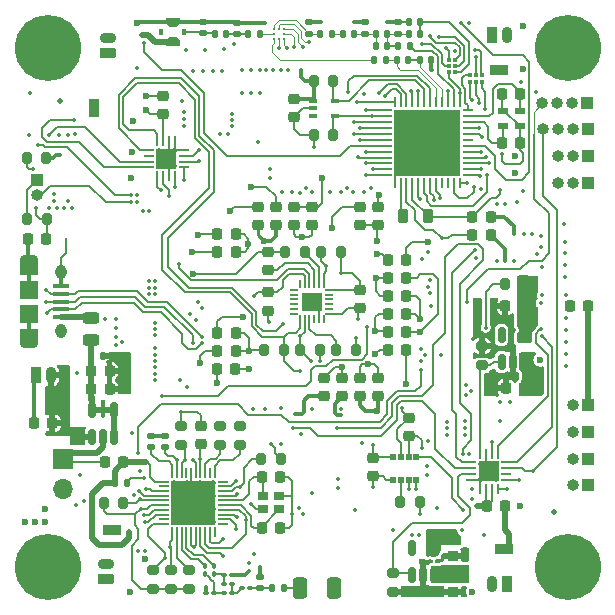
<source format=gbl>
G04 #@! TF.GenerationSoftware,KiCad,Pcbnew,8.0.0*
G04 #@! TF.CreationDate,2024-03-25T13:12:05-04:00*
G04 #@! TF.ProjectId,_Sub_HW_Qcopter,5f537562-5f48-4575-9f51-636f70746572,rev?*
G04 #@! TF.SameCoordinates,PX9157080PYf23bb80*
G04 #@! TF.FileFunction,Copper,L6,Bot*
G04 #@! TF.FilePolarity,Positive*
%FSLAX46Y46*%
G04 Gerber Fmt 4.6, Leading zero omitted, Abs format (unit mm)*
G04 Created by KiCad (PCBNEW 8.0.0) date 2024-03-25 13:12:05*
%MOMM*%
%LPD*%
G01*
G04 APERTURE LIST*
G04 Aperture macros list*
%AMRoundRect*
0 Rectangle with rounded corners*
0 $1 Rounding radius*
0 $2 $3 $4 $5 $6 $7 $8 $9 X,Y pos of 4 corners*
0 Add a 4 corners polygon primitive as box body*
4,1,4,$2,$3,$4,$5,$6,$7,$8,$9,$2,$3,0*
0 Add four circle primitives for the rounded corners*
1,1,$1+$1,$2,$3*
1,1,$1+$1,$4,$5*
1,1,$1+$1,$6,$7*
1,1,$1+$1,$8,$9*
0 Add four rect primitives between the rounded corners*
20,1,$1+$1,$2,$3,$4,$5,0*
20,1,$1+$1,$4,$5,$6,$7,0*
20,1,$1+$1,$6,$7,$8,$9,0*
20,1,$1+$1,$8,$9,$2,$3,0*%
%AMFreePoly0*
4,1,15,0.173536,0.553536,0.403536,0.323536,0.405000,0.320000,0.405000,-0.320000,0.403536,-0.323536,0.173536,-0.553536,0.170000,-0.555000,-0.300000,-0.555000,-0.303536,-0.553536,-0.305000,-0.550000,-0.305000,0.550000,-0.303536,0.553536,-0.300000,0.555000,0.170000,0.555000,0.173536,0.553536,0.173536,0.553536,$1*%
%AMFreePoly1*
4,1,15,0.303536,0.553536,0.305000,0.550000,0.305000,-0.550000,0.303536,-0.553536,0.300000,-0.555000,-0.170000,-0.555000,-0.173536,-0.553536,-0.403536,-0.323536,-0.405000,-0.320000,-0.405000,0.320000,-0.403536,0.323536,-0.173536,0.553536,-0.170000,0.555000,0.300000,0.555000,0.303536,0.553536,0.303536,0.553536,$1*%
%AMFreePoly2*
4,1,14,0.363284,0.088284,0.375000,0.060000,0.375000,0.036569,0.363284,0.008285,0.266715,-0.088284,0.238431,-0.100000,-0.335000,-0.100000,-0.363284,-0.088284,-0.375000,-0.060000,-0.375000,0.060000,-0.363284,0.088284,-0.335000,0.100000,0.335000,0.100000,0.363284,0.088284,0.363284,0.088284,$1*%
%AMFreePoly3*
4,1,14,0.266715,0.088284,0.363284,-0.008285,0.375000,-0.036569,0.375000,-0.060000,0.363284,-0.088284,0.335000,-0.100000,-0.335000,-0.100000,-0.363284,-0.088284,-0.375000,-0.060000,-0.375000,0.060000,-0.363284,0.088284,-0.335000,0.100000,0.238431,0.100000,0.266715,0.088284,0.266715,0.088284,$1*%
%AMFreePoly4*
4,1,14,0.088284,0.363284,0.100000,0.335000,0.100000,-0.335000,0.088284,-0.363284,0.060000,-0.375000,0.036569,-0.375000,0.008285,-0.363284,-0.088284,-0.266715,-0.100000,-0.238431,-0.100000,0.335000,-0.088284,0.363284,-0.060000,0.375000,0.060000,0.375000,0.088284,0.363284,0.088284,0.363284,$1*%
%AMFreePoly5*
4,1,14,0.088284,0.363284,0.100000,0.335000,0.100000,-0.238431,0.088284,-0.266715,-0.008285,-0.363284,-0.036569,-0.375000,-0.060000,-0.375000,-0.088284,-0.363284,-0.100000,-0.335000,-0.100000,0.335000,-0.088284,0.363284,-0.060000,0.375000,0.060000,0.375000,0.088284,0.363284,0.088284,0.363284,$1*%
%AMFreePoly6*
4,1,14,0.363284,0.088284,0.375000,0.060000,0.375000,-0.060000,0.363284,-0.088284,0.335000,-0.100000,-0.335000,-0.100000,-0.363284,-0.088284,-0.375000,-0.060000,-0.375000,-0.036569,-0.363284,-0.008285,-0.266715,0.088284,-0.238431,0.100000,0.335000,0.100000,0.363284,0.088284,0.363284,0.088284,$1*%
%AMFreePoly7*
4,1,14,0.363284,0.088284,0.375000,0.060000,0.375000,-0.060000,0.363284,-0.088284,0.335000,-0.100000,-0.238431,-0.100000,-0.266715,-0.088284,-0.363284,0.008285,-0.375000,0.036569,-0.375000,0.060000,-0.363284,0.088284,-0.335000,0.100000,0.335000,0.100000,0.363284,0.088284,0.363284,0.088284,$1*%
%AMFreePoly8*
4,1,14,-0.008285,0.363284,0.088284,0.266715,0.100000,0.238431,0.100000,-0.335000,0.088284,-0.363284,0.060000,-0.375000,-0.060000,-0.375000,-0.088284,-0.363284,-0.100000,-0.335000,-0.100000,0.335000,-0.088284,0.363284,-0.060000,0.375000,-0.036569,0.375000,-0.008285,0.363284,-0.008285,0.363284,$1*%
%AMFreePoly9*
4,1,14,0.088284,0.363284,0.100000,0.335000,0.100000,-0.335000,0.088284,-0.363284,0.060000,-0.375000,-0.060000,-0.375000,-0.088284,-0.363284,-0.100000,-0.335000,-0.100000,0.238431,-0.088284,0.266715,0.008285,0.363284,0.036569,0.375000,0.060000,0.375000,0.088284,0.363284,0.088284,0.363284,$1*%
G04 Aperture macros list end*
G04 #@! TA.AperFunction,ComponentPad*
%ADD10R,1.000000X1.000000*%
G04 #@! TD*
G04 #@! TA.AperFunction,ComponentPad*
%ADD11O,1.000000X1.000000*%
G04 #@! TD*
G04 #@! TA.AperFunction,ComponentPad*
%ADD12C,3.600000*%
G04 #@! TD*
G04 #@! TA.AperFunction,ConnectorPad*
%ADD13C,5.600000*%
G04 #@! TD*
G04 #@! TA.AperFunction,ComponentPad*
%ADD14C,0.600000*%
G04 #@! TD*
G04 #@! TA.AperFunction,SMDPad,CuDef*
%ADD15R,1.600000X0.900000*%
G04 #@! TD*
G04 #@! TA.AperFunction,HeatsinkPad*
%ADD16C,0.500000*%
G04 #@! TD*
G04 #@! TA.AperFunction,HeatsinkPad*
%ADD17R,1.750000X1.750000*%
G04 #@! TD*
G04 #@! TA.AperFunction,SMDPad,CuDef*
%ADD18R,0.900000X1.600000*%
G04 #@! TD*
G04 #@! TA.AperFunction,SMDPad,CuDef*
%ADD19RoundRect,0.200000X0.275000X-0.200000X0.275000X0.200000X-0.275000X0.200000X-0.275000X-0.200000X0*%
G04 #@! TD*
G04 #@! TA.AperFunction,SMDPad,CuDef*
%ADD20RoundRect,0.225000X0.250000X-0.225000X0.250000X0.225000X-0.250000X0.225000X-0.250000X-0.225000X0*%
G04 #@! TD*
G04 #@! TA.AperFunction,SMDPad,CuDef*
%ADD21RoundRect,0.225000X0.225000X0.250000X-0.225000X0.250000X-0.225000X-0.250000X0.225000X-0.250000X0*%
G04 #@! TD*
G04 #@! TA.AperFunction,SMDPad,CuDef*
%ADD22RoundRect,0.225000X-0.225000X-0.250000X0.225000X-0.250000X0.225000X0.250000X-0.225000X0.250000X0*%
G04 #@! TD*
G04 #@! TA.AperFunction,ComponentPad*
%ADD23RoundRect,0.225000X-0.225000X-0.475000X0.225000X-0.475000X0.225000X0.475000X-0.225000X0.475000X0*%
G04 #@! TD*
G04 #@! TA.AperFunction,ComponentPad*
%ADD24O,0.900000X1.400000*%
G04 #@! TD*
G04 #@! TA.AperFunction,SMDPad,CuDef*
%ADD25RoundRect,0.147500X0.147500X0.172500X-0.147500X0.172500X-0.147500X-0.172500X0.147500X-0.172500X0*%
G04 #@! TD*
G04 #@! TA.AperFunction,ComponentPad*
%ADD26RoundRect,0.225000X0.225000X0.475000X-0.225000X0.475000X-0.225000X-0.475000X0.225000X-0.475000X0*%
G04 #@! TD*
G04 #@! TA.AperFunction,ComponentPad*
%ADD27RoundRect,0.225000X0.475000X-0.225000X0.475000X0.225000X-0.475000X0.225000X-0.475000X-0.225000X0*%
G04 #@! TD*
G04 #@! TA.AperFunction,ComponentPad*
%ADD28O,1.400000X0.900000*%
G04 #@! TD*
G04 #@! TA.AperFunction,SMDPad,CuDef*
%ADD29RoundRect,0.100000X-0.225000X-0.100000X0.225000X-0.100000X0.225000X0.100000X-0.225000X0.100000X0*%
G04 #@! TD*
G04 #@! TA.AperFunction,SMDPad,CuDef*
%ADD30RoundRect,0.140000X0.170000X-0.140000X0.170000X0.140000X-0.170000X0.140000X-0.170000X-0.140000X0*%
G04 #@! TD*
G04 #@! TA.AperFunction,SMDPad,CuDef*
%ADD31RoundRect,0.024800X0.130200X-0.165200X0.130200X0.165200X-0.130200X0.165200X-0.130200X-0.165200X0*%
G04 #@! TD*
G04 #@! TA.AperFunction,SMDPad,CuDef*
%ADD32C,0.500000*%
G04 #@! TD*
G04 #@! TA.AperFunction,SMDPad,CuDef*
%ADD33RoundRect,0.200000X0.200000X0.275000X-0.200000X0.275000X-0.200000X-0.275000X0.200000X-0.275000X0*%
G04 #@! TD*
G04 #@! TA.AperFunction,SMDPad,CuDef*
%ADD34RoundRect,0.062500X-0.325000X-0.062500X0.325000X-0.062500X0.325000X0.062500X-0.325000X0.062500X0*%
G04 #@! TD*
G04 #@! TA.AperFunction,SMDPad,CuDef*
%ADD35RoundRect,0.062500X-0.062500X-0.325000X0.062500X-0.325000X0.062500X0.325000X-0.062500X0.325000X0*%
G04 #@! TD*
G04 #@! TA.AperFunction,SMDPad,CuDef*
%ADD36RoundRect,0.062500X0.325000X0.062500X-0.325000X0.062500X-0.325000X-0.062500X0.325000X-0.062500X0*%
G04 #@! TD*
G04 #@! TA.AperFunction,SMDPad,CuDef*
%ADD37RoundRect,0.062500X0.062500X0.325000X-0.062500X0.325000X-0.062500X-0.325000X0.062500X-0.325000X0*%
G04 #@! TD*
G04 #@! TA.AperFunction,SMDPad,CuDef*
%ADD38RoundRect,0.218750X-0.218750X-0.381250X0.218750X-0.381250X0.218750X0.381250X-0.218750X0.381250X0*%
G04 #@! TD*
G04 #@! TA.AperFunction,SMDPad,CuDef*
%ADD39RoundRect,0.147500X-0.147500X-0.172500X0.147500X-0.172500X0.147500X0.172500X-0.147500X0.172500X0*%
G04 #@! TD*
G04 #@! TA.AperFunction,SMDPad,CuDef*
%ADD40RoundRect,0.225000X-0.250000X0.225000X-0.250000X-0.225000X0.250000X-0.225000X0.250000X0.225000X0*%
G04 #@! TD*
G04 #@! TA.AperFunction,SMDPad,CuDef*
%ADD41RoundRect,0.140000X-0.140000X-0.170000X0.140000X-0.170000X0.140000X0.170000X-0.140000X0.170000X0*%
G04 #@! TD*
G04 #@! TA.AperFunction,SMDPad,CuDef*
%ADD42R,0.400000X0.500000*%
G04 #@! TD*
G04 #@! TA.AperFunction,SMDPad,CuDef*
%ADD43FreePoly0,90.000000*%
G04 #@! TD*
G04 #@! TA.AperFunction,SMDPad,CuDef*
%ADD44FreePoly1,90.000000*%
G04 #@! TD*
G04 #@! TA.AperFunction,SMDPad,CuDef*
%ADD45RoundRect,0.243750X-0.456250X0.243750X-0.456250X-0.243750X0.456250X-0.243750X0.456250X0.243750X0*%
G04 #@! TD*
G04 #@! TA.AperFunction,SMDPad,CuDef*
%ADD46RoundRect,0.140000X0.140000X0.170000X-0.140000X0.170000X-0.140000X-0.170000X0.140000X-0.170000X0*%
G04 #@! TD*
G04 #@! TA.AperFunction,SMDPad,CuDef*
%ADD47RoundRect,0.027000X-0.198000X0.218000X-0.198000X-0.218000X0.198000X-0.218000X0.198000X0.218000X0*%
G04 #@! TD*
G04 #@! TA.AperFunction,SMDPad,CuDef*
%ADD48RoundRect,0.062500X-0.375000X-0.062500X0.375000X-0.062500X0.375000X0.062500X-0.375000X0.062500X0*%
G04 #@! TD*
G04 #@! TA.AperFunction,SMDPad,CuDef*
%ADD49RoundRect,0.062500X-0.062500X-0.375000X0.062500X-0.375000X0.062500X0.375000X-0.062500X0.375000X0*%
G04 #@! TD*
G04 #@! TA.AperFunction,HeatsinkPad*
%ADD50R,5.600000X5.600000*%
G04 #@! TD*
G04 #@! TA.AperFunction,SMDPad,CuDef*
%ADD51RoundRect,0.200000X-0.200000X-0.275000X0.200000X-0.275000X0.200000X0.275000X-0.200000X0.275000X0*%
G04 #@! TD*
G04 #@! TA.AperFunction,SMDPad,CuDef*
%ADD52RoundRect,0.100000X-0.130000X-0.100000X0.130000X-0.100000X0.130000X0.100000X-0.130000X0.100000X0*%
G04 #@! TD*
G04 #@! TA.AperFunction,SMDPad,CuDef*
%ADD53R,0.900000X0.800000*%
G04 #@! TD*
G04 #@! TA.AperFunction,SMDPad,CuDef*
%ADD54RoundRect,0.150000X0.150000X-0.512500X0.150000X0.512500X-0.150000X0.512500X-0.150000X-0.512500X0*%
G04 #@! TD*
G04 #@! TA.AperFunction,SMDPad,CuDef*
%ADD55RoundRect,0.050000X0.050000X-0.337500X0.050000X0.337500X-0.050000X0.337500X-0.050000X-0.337500X0*%
G04 #@! TD*
G04 #@! TA.AperFunction,SMDPad,CuDef*
%ADD56RoundRect,0.050000X0.337500X-0.050000X0.337500X0.050000X-0.337500X0.050000X-0.337500X-0.050000X0*%
G04 #@! TD*
G04 #@! TA.AperFunction,ComponentPad*
%ADD57C,0.500000*%
G04 #@! TD*
G04 #@! TA.AperFunction,SMDPad,CuDef*
%ADD58R,3.800000X3.800000*%
G04 #@! TD*
G04 #@! TA.AperFunction,SMDPad,CuDef*
%ADD59RoundRect,0.147500X0.172500X-0.147500X0.172500X0.147500X-0.172500X0.147500X-0.172500X-0.147500X0*%
G04 #@! TD*
G04 #@! TA.AperFunction,SMDPad,CuDef*
%ADD60RoundRect,0.250000X-0.350000X-0.650000X0.350000X-0.650000X0.350000X0.650000X-0.350000X0.650000X0*%
G04 #@! TD*
G04 #@! TA.AperFunction,SMDPad,CuDef*
%ADD61RoundRect,0.147500X-0.172500X0.147500X-0.172500X-0.147500X0.172500X-0.147500X0.172500X0.147500X0*%
G04 #@! TD*
G04 #@! TA.AperFunction,SMDPad,CuDef*
%ADD62FreePoly2,0.000000*%
G04 #@! TD*
G04 #@! TA.AperFunction,SMDPad,CuDef*
%ADD63RoundRect,0.050000X-0.325000X-0.050000X0.325000X-0.050000X0.325000X0.050000X-0.325000X0.050000X0*%
G04 #@! TD*
G04 #@! TA.AperFunction,SMDPad,CuDef*
%ADD64FreePoly3,0.000000*%
G04 #@! TD*
G04 #@! TA.AperFunction,SMDPad,CuDef*
%ADD65FreePoly4,0.000000*%
G04 #@! TD*
G04 #@! TA.AperFunction,SMDPad,CuDef*
%ADD66RoundRect,0.050000X-0.050000X-0.325000X0.050000X-0.325000X0.050000X0.325000X-0.050000X0.325000X0*%
G04 #@! TD*
G04 #@! TA.AperFunction,SMDPad,CuDef*
%ADD67FreePoly5,0.000000*%
G04 #@! TD*
G04 #@! TA.AperFunction,SMDPad,CuDef*
%ADD68FreePoly6,0.000000*%
G04 #@! TD*
G04 #@! TA.AperFunction,SMDPad,CuDef*
%ADD69FreePoly7,0.000000*%
G04 #@! TD*
G04 #@! TA.AperFunction,SMDPad,CuDef*
%ADD70FreePoly8,0.000000*%
G04 #@! TD*
G04 #@! TA.AperFunction,SMDPad,CuDef*
%ADD71FreePoly9,0.000000*%
G04 #@! TD*
G04 #@! TA.AperFunction,HeatsinkPad*
%ADD72R,1.750000X1.600000*%
G04 #@! TD*
G04 #@! TA.AperFunction,SMDPad,CuDef*
%ADD73RoundRect,0.100000X0.130000X0.100000X-0.130000X0.100000X-0.130000X-0.100000X0.130000X-0.100000X0*%
G04 #@! TD*
G04 #@! TA.AperFunction,SMDPad,CuDef*
%ADD74RoundRect,0.100000X0.100000X-0.130000X0.100000X0.130000X-0.100000X0.130000X-0.100000X-0.130000X0*%
G04 #@! TD*
G04 #@! TA.AperFunction,SMDPad,CuDef*
%ADD75RoundRect,0.200000X-0.275000X0.200000X-0.275000X-0.200000X0.275000X-0.200000X0.275000X0.200000X0*%
G04 #@! TD*
G04 #@! TA.AperFunction,SMDPad,CuDef*
%ADD76R,1.350000X0.400000*%
G04 #@! TD*
G04 #@! TA.AperFunction,ComponentPad*
%ADD77O,1.550000X0.890000*%
G04 #@! TD*
G04 #@! TA.AperFunction,SMDPad,CuDef*
%ADD78R,1.550000X1.200000*%
G04 #@! TD*
G04 #@! TA.AperFunction,ComponentPad*
%ADD79O,0.950000X1.250000*%
G04 #@! TD*
G04 #@! TA.AperFunction,SMDPad,CuDef*
%ADD80R,1.550000X1.500000*%
G04 #@! TD*
G04 #@! TA.AperFunction,SMDPad,CuDef*
%ADD81RoundRect,0.100000X-0.100000X0.130000X-0.100000X-0.130000X0.100000X-0.130000X0.100000X0.130000X0*%
G04 #@! TD*
G04 #@! TA.AperFunction,ComponentPad*
%ADD82R,1.700000X1.700000*%
G04 #@! TD*
G04 #@! TA.AperFunction,ComponentPad*
%ADD83O,1.700000X1.700000*%
G04 #@! TD*
G04 #@! TA.AperFunction,SMDPad,CuDef*
%ADD84RoundRect,0.135000X0.135000X0.185000X-0.135000X0.185000X-0.135000X-0.185000X0.135000X-0.185000X0*%
G04 #@! TD*
G04 #@! TA.AperFunction,SMDPad,CuDef*
%ADD85RoundRect,0.024800X0.165200X0.130200X-0.165200X0.130200X-0.165200X-0.130200X0.165200X-0.130200X0*%
G04 #@! TD*
G04 #@! TA.AperFunction,SMDPad,CuDef*
%ADD86R,0.863600X0.609600*%
G04 #@! TD*
G04 #@! TA.AperFunction,SMDPad,CuDef*
%ADD87R,0.254000X0.254000*%
G04 #@! TD*
G04 #@! TA.AperFunction,ViaPad*
%ADD88C,0.600000*%
G04 #@! TD*
G04 #@! TA.AperFunction,ViaPad*
%ADD89C,0.350000*%
G04 #@! TD*
G04 #@! TA.AperFunction,ViaPad*
%ADD90C,0.508000*%
G04 #@! TD*
G04 #@! TA.AperFunction,Conductor*
%ADD91C,0.203200*%
G04 #@! TD*
G04 #@! TA.AperFunction,Conductor*
%ADD92C,0.152400*%
G04 #@! TD*
G04 #@! TA.AperFunction,Conductor*
%ADD93C,0.200000*%
G04 #@! TD*
G04 #@! TA.AperFunction,Conductor*
%ADD94C,0.304800*%
G04 #@! TD*
G04 #@! TA.AperFunction,Conductor*
%ADD95C,0.101600*%
G04 #@! TD*
G04 #@! TA.AperFunction,Conductor*
%ADD96C,0.508000*%
G04 #@! TD*
G04 #@! TA.AperFunction,Conductor*
%ADD97C,0.254000*%
G04 #@! TD*
G04 APERTURE END LIST*
D10*
X48783000Y16764000D03*
D11*
X47512999Y16764000D03*
D12*
X47066200Y3048000D03*
D13*
X47066200Y3048000D03*
D10*
X48783000Y10033000D03*
D11*
X47512999Y10033000D03*
D14*
X41732899Y45169500D03*
D15*
X41232900Y45169500D03*
D14*
X40732901Y45169500D03*
D10*
X48773001Y35560000D03*
D11*
X47503000Y35560000D03*
X46233001Y35560000D03*
D12*
X47066200Y47040800D03*
D13*
X47066200Y47040800D03*
D10*
X48783000Y14478000D03*
D11*
X47512999Y14478000D03*
D10*
X48742600Y42341800D03*
D11*
X47472599Y42341800D03*
X46202600Y42341800D03*
X44932600Y42341800D03*
D16*
X41023000Y10561000D03*
X41023000Y11811000D03*
D17*
X40398000Y11186000D03*
D16*
X39773000Y10561000D03*
X39773000Y11811000D03*
D12*
X3048000Y47040800D03*
D13*
X3048000Y47040800D03*
D14*
X8009001Y6223000D03*
D15*
X8509000Y6223000D03*
D14*
X9008999Y6223000D03*
D10*
X48783000Y12192000D03*
D11*
X47512999Y12192000D03*
D14*
X41144002Y4633000D03*
D15*
X41644001Y4633000D03*
D14*
X42144000Y4633000D03*
D10*
X48763000Y40132000D03*
D11*
X47492999Y40132000D03*
X46223000Y40132000D03*
X44953000Y40132000D03*
D14*
X6958483Y41399018D03*
D18*
X6958483Y41899017D03*
D14*
X6958483Y42399016D03*
D10*
X48768001Y37846000D03*
D11*
X47498000Y37846000D03*
X46228001Y37846000D03*
D12*
X3048000Y3048000D03*
D13*
X3048000Y3048000D03*
D19*
X14351000Y13399000D03*
X14351000Y15049000D03*
X17653000Y13399000D03*
X17653000Y15049000D03*
D20*
X30988000Y31991000D03*
X30988000Y33541000D03*
D21*
X18949000Y31242000D03*
X17399000Y31242000D03*
D22*
X47256400Y25146000D03*
X48806400Y25146000D03*
D20*
X23876000Y41135000D03*
X23876000Y42685000D03*
D23*
X40660001Y48133000D03*
D24*
X41910000Y48133000D03*
D25*
X31775200Y47193200D03*
X30805200Y47193200D03*
D26*
X41900000Y1659000D03*
D24*
X40650001Y1659000D03*
D27*
X8009000Y2042000D03*
D28*
X8009000Y3292000D03*
D29*
X25466000Y41260000D03*
X25466001Y41910000D03*
X25466000Y42560000D03*
X27366000Y42560000D03*
X27366000Y41260000D03*
D25*
X9733000Y10160000D03*
X8763000Y10160000D03*
X18138000Y48227468D03*
X17168000Y48227468D03*
D30*
X29893200Y48237200D03*
X29893200Y49197200D03*
D31*
X39793800Y44170599D03*
X39293800Y44170600D03*
X38793800Y44170599D03*
X38793800Y44700600D03*
X39293800Y44700599D03*
X39793800Y44700600D03*
D32*
X45948600Y7696200D03*
D33*
X29146000Y21463000D03*
X27496000Y21463000D03*
D30*
X16219116Y48255468D03*
X16219116Y49215468D03*
D22*
X31864000Y26035000D03*
X33414000Y26035000D03*
D21*
X43345001Y25146000D03*
X41795001Y25146000D03*
X9461800Y11938000D03*
X7911800Y11938000D03*
D33*
X24828000Y29718000D03*
X23178000Y29718000D03*
D34*
X38923500Y10426000D03*
X38923500Y10926000D03*
X38923500Y11426000D03*
X38923500Y11926000D03*
D35*
X39636000Y12638500D03*
X40136000Y12638500D03*
X40636000Y12638500D03*
X41136000Y12638500D03*
D34*
X41848500Y11926000D03*
X41848500Y11426000D03*
X41848500Y10926000D03*
X41848500Y10426000D03*
D35*
X41136000Y9713500D03*
X40636000Y9713500D03*
X40136000Y9713500D03*
X39636000Y9713500D03*
D16*
X39761000Y11801000D03*
X39761000Y10551000D03*
D17*
X40386000Y11176000D03*
D16*
X41011000Y11801000D03*
X41011000Y10551000D03*
D19*
X13462000Y1207000D03*
X13462000Y2857000D03*
D36*
X14547500Y38403500D03*
X14547500Y37903500D03*
X14547500Y37403500D03*
X14547500Y36903500D03*
D37*
X13835000Y36191000D03*
X13335000Y36191000D03*
X12835000Y36191000D03*
X12335000Y36191000D03*
D36*
X11622500Y36903500D03*
X11622500Y37403500D03*
X11622500Y37903500D03*
X11622500Y38403500D03*
D37*
X12335000Y39116000D03*
X12835000Y39116000D03*
X13335000Y39116000D03*
X13835000Y39116000D03*
D16*
X13710000Y37028500D03*
X13710000Y38278500D03*
D17*
X13085000Y37653500D03*
D16*
X12460000Y37028500D03*
X12460000Y38278500D03*
D38*
X33100500Y32766000D03*
X35225500Y32766000D03*
D39*
X32591000Y45974000D03*
X33561000Y45974000D03*
D33*
X34551000Y8590000D03*
X32901000Y8590000D03*
D21*
X2934000Y30861000D03*
X1384000Y30861000D03*
D40*
X21717000Y26327400D03*
X21717000Y24777400D03*
D30*
X19100800Y48211800D03*
X19100800Y49171800D03*
D41*
X34572000Y45974000D03*
X35532000Y45974000D03*
D42*
X14561999Y48336200D03*
X12662001Y48336200D03*
D43*
X13612000Y47486200D03*
D44*
X13612000Y49186200D03*
D21*
X18949000Y29718000D03*
X17399000Y29718000D03*
D20*
X25400000Y31991000D03*
X25400000Y33541000D03*
D22*
X31851000Y22987000D03*
X33401000Y22987000D03*
D40*
X29464000Y26556000D03*
X29464000Y25006000D03*
D39*
X6731000Y20955000D03*
X7701000Y20955000D03*
D33*
X27241000Y44196000D03*
X25591000Y44196000D03*
D22*
X40246000Y8255000D03*
X41796000Y8255000D03*
D30*
X25194200Y48237200D03*
X25194200Y49197200D03*
D27*
X8136000Y46619000D03*
D28*
X8136000Y47869000D03*
D40*
X26416000Y19063000D03*
X26416000Y17513000D03*
D22*
X31851000Y24511000D03*
X33401000Y24511000D03*
D20*
X20888000Y32004000D03*
X20888000Y33554000D03*
D45*
X6731000Y24178501D03*
X6731000Y22303499D03*
D46*
X31770200Y48209200D03*
X30810200Y48209200D03*
X34566800Y49174400D03*
X33606800Y49174400D03*
X28976200Y48209200D03*
X28016200Y48209200D03*
D47*
X32298999Y10460000D03*
X32949000Y10460000D03*
X33599000Y10460000D03*
X34249001Y10460000D03*
X34249001Y12400000D03*
X33599000Y12400000D03*
X32949000Y12400000D03*
X32298999Y12400000D03*
D48*
X31734000Y36239000D03*
X31734000Y36739000D03*
X31734000Y37239001D03*
X31734000Y37739000D03*
X31734000Y38238999D03*
X31734000Y38739000D03*
X31734000Y39239000D03*
X31734000Y39739001D03*
X31734000Y40239000D03*
X31734000Y40738999D03*
X31734000Y41239000D03*
X31734000Y41739000D03*
D49*
X32421500Y42426500D03*
X32921500Y42426500D03*
X33421501Y42426500D03*
X33921500Y42426500D03*
X34421499Y42426500D03*
X34921500Y42426500D03*
X35421500Y42426500D03*
X35921501Y42426500D03*
X36421500Y42426500D03*
X36921499Y42426500D03*
X37421500Y42426500D03*
X37921500Y42426500D03*
D48*
X38609000Y41739000D03*
X38609000Y41239000D03*
X38609000Y40738999D03*
X38609000Y40239000D03*
X38609000Y39739001D03*
X38609000Y39239000D03*
X38609000Y38739000D03*
X38609000Y38238999D03*
X38609000Y37739000D03*
X38609000Y37239001D03*
X38609000Y36739000D03*
X38609000Y36239000D03*
D49*
X37921500Y35551500D03*
X37421500Y35551500D03*
X36921499Y35551500D03*
X36421500Y35551500D03*
X35921501Y35551500D03*
X35421500Y35551500D03*
X34921500Y35551500D03*
X34421499Y35551500D03*
X33921500Y35551500D03*
X33421501Y35551500D03*
X32921500Y35551500D03*
X32421500Y35551500D03*
D16*
X32621500Y41539000D03*
X32621500Y40264000D03*
X32621500Y38989000D03*
X32621500Y37714000D03*
X32621500Y36439000D03*
X33896500Y41539000D03*
X33896500Y40264000D03*
X33896500Y38989000D03*
X33896500Y37714000D03*
X33896500Y36439000D03*
X35171500Y41539000D03*
X35171500Y40264000D03*
X35171500Y38989000D03*
D50*
X35171500Y38989000D03*
D16*
X35171500Y37714000D03*
X35171500Y36439000D03*
X36446500Y41539000D03*
X36446500Y40264000D03*
X36446500Y38989000D03*
X36446500Y37714000D03*
X36446500Y36439000D03*
X37721500Y41539000D03*
X37721500Y40264000D03*
X37721500Y38989000D03*
X37721500Y37714000D03*
X37721500Y36439000D03*
D51*
X1334000Y32512000D03*
X2984000Y32512000D03*
D22*
X41516000Y38989000D03*
X43066000Y38989000D03*
D21*
X18949000Y22860000D03*
X17399000Y22860000D03*
D52*
X16444000Y889000D03*
X17084000Y889000D03*
D25*
X27076200Y48209200D03*
X26106200Y48209200D03*
D20*
X12827000Y41389000D03*
X12827000Y42939000D03*
D21*
X18949000Y21336000D03*
X17399000Y21336000D03*
D19*
X14986000Y1207000D03*
X14986000Y2857000D03*
D22*
X31851000Y21463000D03*
X33401000Y21463000D03*
D53*
X22671000Y7959000D03*
X21271000Y7959000D03*
X21271000Y9059000D03*
X22671000Y9059000D03*
D19*
X39817000Y20135500D03*
X39817000Y21785500D03*
D22*
X31864000Y29083000D03*
X33414000Y29083000D03*
D52*
X17968000Y2413000D03*
X18608000Y2413000D03*
D54*
X35747999Y2418500D03*
X34798000Y2418500D03*
X33848001Y2418500D03*
X33848001Y4693500D03*
X35747999Y4693500D03*
D55*
X17174000Y6014500D03*
X16774000Y6014500D03*
X16374000Y6014500D03*
X15974000Y6014500D03*
X15574000Y6014500D03*
X15174000Y6014500D03*
X14774000Y6014500D03*
X14374000Y6014500D03*
X13974000Y6014500D03*
X13574000Y6014500D03*
D56*
X12886500Y6702001D03*
X12886500Y7102000D03*
X12886500Y7502000D03*
X12886500Y7902000D03*
X12886501Y8302000D03*
X12886500Y8702000D03*
X12886500Y9102000D03*
X12886500Y9502001D03*
X12886500Y9902000D03*
X12886500Y10302000D03*
D55*
X13574000Y10989500D03*
X13974000Y10989500D03*
X14373999Y10989500D03*
X14774000Y10989500D03*
X15174000Y10989500D03*
X15574000Y10989499D03*
X15974000Y10989500D03*
X16374000Y10989500D03*
X16774000Y10989500D03*
X17173999Y10989500D03*
D56*
X17861500Y10302000D03*
X17861500Y9902000D03*
X17861500Y9502000D03*
X17861500Y9102000D03*
X17861500Y8702000D03*
X17861500Y8302000D03*
X17861500Y7902000D03*
X17861500Y7502000D03*
X17861500Y7102000D03*
X17861500Y6702000D03*
D57*
X14824000Y6852000D03*
X17024000Y6852000D03*
X13724000Y6852001D03*
X15924000Y6852001D03*
X13724000Y7952000D03*
X15924000Y7952000D03*
X17023999Y7952000D03*
X14824000Y7952001D03*
D58*
X15374000Y8502000D03*
D57*
X14824000Y9052000D03*
X15923999Y9052000D03*
X17024000Y9052000D03*
X13724000Y9052001D03*
X13724000Y10152000D03*
X14823999Y10152000D03*
X15924000Y10152000D03*
X17023999Y10152000D03*
D22*
X39001400Y32740600D03*
X40551400Y32740600D03*
D59*
X12954000Y13231000D03*
X12954000Y14201000D03*
D60*
X24407200Y1275077D03*
X27307200Y1275077D03*
D33*
X26098000Y21463000D03*
X24448000Y21463000D03*
D21*
X18936000Y19812000D03*
X17386000Y19812000D03*
D46*
X21000768Y48211800D03*
X20040768Y48211800D03*
D54*
X8671371Y14102500D03*
X7721372Y14102500D03*
X6771373Y14102500D03*
X6771373Y16377500D03*
X8671371Y16377500D03*
D20*
X22352000Y32004000D03*
X22352000Y33554000D03*
D21*
X3442000Y15240000D03*
X1892000Y15240000D03*
D32*
X4089400Y42519600D03*
D46*
X31651000Y45974000D03*
X30691000Y45974000D03*
D22*
X21196000Y10668000D03*
X22746000Y10668000D03*
D51*
X21400000Y21463000D03*
X23050000Y21463000D03*
D22*
X31864000Y27559000D03*
X33414000Y27559000D03*
D51*
X7811000Y8509000D03*
X9461000Y8509000D03*
D40*
X29464000Y19076000D03*
X29464000Y17526000D03*
D10*
X2159000Y35829001D03*
D11*
X2159000Y34559000D03*
D61*
X11811000Y14201000D03*
X11811000Y13231000D03*
D62*
X23900000Y24527000D03*
D63*
X23900000Y24927000D03*
X23900000Y25327000D03*
X23900000Y25727000D03*
X23900000Y26127000D03*
D64*
X23900000Y26527000D03*
D65*
X24400000Y27027000D03*
D66*
X24800000Y27027000D03*
X25200000Y27027000D03*
X25600000Y27027000D03*
X26000000Y27027000D03*
D67*
X26400000Y27027000D03*
D68*
X26900000Y26527000D03*
D63*
X26900000Y26127000D03*
X26900000Y25727000D03*
X26900000Y25327000D03*
X26900000Y24927000D03*
D69*
X26900000Y24527000D03*
D70*
X26400000Y24027000D03*
D66*
X26000000Y24027000D03*
X25600000Y24027000D03*
X25200000Y24027000D03*
X24800000Y24027000D03*
D71*
X24400000Y24027000D03*
D72*
X25400000Y25527000D03*
D73*
X18608000Y889000D03*
X17968000Y889000D03*
D33*
X27241000Y39624000D03*
X25591000Y39624000D03*
D20*
X16002000Y13449000D03*
X16002000Y14999000D03*
D33*
X43395001Y27000200D03*
X41745001Y27000200D03*
D74*
X16383000Y2474000D03*
X16383000Y3114000D03*
D40*
X30988000Y19076000D03*
X30988000Y17526000D03*
D20*
X29464000Y31991000D03*
X29464000Y33541000D03*
D23*
X2042000Y19296000D03*
D24*
X3291999Y19296000D03*
D40*
X30551000Y12286000D03*
X30551000Y10736000D03*
D19*
X19304000Y13399000D03*
X19304000Y15049000D03*
D75*
X32258000Y2603000D03*
X32258000Y953000D03*
D76*
X4194000Y24227000D03*
X4194000Y24877000D03*
X4193999Y25527000D03*
X4194000Y26177000D03*
X4194000Y26827000D03*
D77*
X1494000Y22027000D03*
D78*
X1494000Y22627000D03*
D79*
X4194000Y23027001D03*
D80*
X1494000Y24527000D03*
X1494000Y26527000D03*
D79*
X4194000Y28026999D03*
D78*
X1494000Y28427000D03*
D77*
X1494000Y29027000D03*
D33*
X2933200Y37719000D03*
X1283200Y37719000D03*
D19*
X11938000Y1207000D03*
X11938000Y2857000D03*
D25*
X23014800Y1270000D03*
X22044800Y1270000D03*
D20*
X23876000Y31991000D03*
X23876000Y33541000D03*
D21*
X43066000Y43129200D03*
X41516000Y43129200D03*
D52*
X17968000Y1651000D03*
X18608000Y1651000D03*
D33*
X22796000Y12192000D03*
X21146000Y12192000D03*
D81*
X17145000Y3114000D03*
X17145000Y2474000D03*
D82*
X4375000Y12197000D03*
D83*
X4375000Y9657000D03*
D84*
X33733200Y47193200D03*
X32713200Y47193200D03*
D25*
X34571800Y48209200D03*
X33601800Y48209200D03*
D33*
X27876000Y29718000D03*
X26226000Y29718000D03*
D85*
X37566601Y45991400D03*
X37566600Y45491400D03*
X37566601Y44991400D03*
X37036600Y44991400D03*
X37036601Y45491400D03*
X37036600Y45991400D03*
D40*
X27940000Y19063000D03*
X27940000Y17513000D03*
D52*
X19492000Y1270000D03*
X20132000Y1270000D03*
D20*
X33599000Y14165000D03*
X33599000Y15715000D03*
D86*
X43014901Y41721400D03*
X43014901Y40371400D03*
X41567099Y40371400D03*
X41567099Y41721400D03*
D20*
X21717000Y28181000D03*
X21717000Y29731000D03*
D30*
X32664200Y48237200D03*
X32664200Y49197200D03*
D87*
X23025100Y48609199D03*
X23025100Y48209200D03*
X23025100Y47809201D03*
X22631400Y47815500D03*
X22237700Y47809201D03*
X22237700Y48209200D03*
X22237700Y48609199D03*
X22631400Y48602900D03*
D59*
X21056600Y1267600D03*
X21056600Y2237600D03*
D40*
X37338000Y2527600D03*
X37338000Y977600D03*
D22*
X21196000Y6350000D03*
X22746000Y6350000D03*
D21*
X43386000Y18237200D03*
X41836000Y18237200D03*
D40*
X37338000Y5575600D03*
X37338000Y4025600D03*
D54*
X43367999Y20452500D03*
X42418000Y20452500D03*
X41468001Y20452500D03*
X41468001Y22727500D03*
X43367999Y22727500D03*
D22*
X39001400Y31216600D03*
X40551400Y31216600D03*
X6731000Y18161000D03*
X8281000Y18161000D03*
X6731000Y19685000D03*
X8281000Y19685000D03*
D88*
X43256200Y48869600D03*
D89*
X24790400Y25501600D03*
D88*
X11353800Y42951400D03*
D89*
X38176200Y4013200D03*
X8788400Y24079200D03*
X23749000Y7594600D03*
X41097200Y18262600D03*
X36042600Y3556000D03*
X35433000Y3556000D03*
X33350200Y1295400D03*
X7899400Y24079200D03*
X38379400Y15392400D03*
X42494200Y21488400D03*
D88*
X19608800Y24257000D03*
D89*
X26162000Y49225000D03*
X24638000Y7594600D03*
X8788400Y20396200D03*
X10998200Y48133000D03*
D88*
X26289000Y35991800D03*
D89*
X42494200Y31242000D03*
D88*
X44729400Y20599400D03*
D89*
X14351000Y16179800D03*
X9347200Y22123400D03*
X33070800Y16560800D03*
X8788400Y21107400D03*
X40817800Y19456400D03*
X42519600Y29006800D03*
D88*
X30886400Y16306800D03*
X33401000Y18542000D03*
D89*
X42164000Y17043400D03*
D88*
X11252200Y3719597D03*
D89*
X36880800Y14224000D03*
X34798000Y3556000D03*
X35585400Y45110400D03*
X20980400Y43230800D03*
X39573200Y42316400D03*
X14605000Y41554400D03*
D88*
X17373600Y18643600D03*
X15774435Y31190165D03*
D89*
X10845800Y11201400D03*
X21742400Y23850600D03*
X41783000Y29006800D03*
D88*
X10109200Y35966400D03*
X34593765Y22988035D03*
D89*
X14605000Y40970200D03*
X38379400Y14808200D03*
X24003000Y16027400D03*
X40716200Y22148800D03*
X18643600Y40386000D03*
X40894000Y24333200D03*
X20091400Y2717800D03*
X20091400Y3378200D03*
X1524000Y43205400D03*
X40716200Y21513800D03*
X29006800Y49199800D03*
X20218400Y8407400D03*
X29311600Y24104600D03*
X36550600Y4038600D03*
X42494200Y19126200D03*
X31800800Y49225200D03*
X8788400Y22504400D03*
X26009600Y25501600D03*
D88*
X10578200Y49100000D03*
D89*
X21056600Y3073400D03*
D88*
X35280600Y30581600D03*
D89*
X24282400Y8026400D03*
X30556200Y9855200D03*
X41122600Y33782000D03*
X8788400Y21844000D03*
X29057600Y7924800D03*
X41503600Y38074600D03*
X29845000Y43154600D03*
X17983200Y46913800D03*
D88*
X20273000Y35247786D03*
D89*
X21437600Y49123600D03*
X8940800Y19710400D03*
X41783000Y33782000D03*
X38379400Y14224000D03*
X4013200Y39624000D03*
X41351200Y15392400D03*
X36195000Y47980600D03*
X40868600Y24790400D03*
X14732000Y46863000D03*
X25171400Y47523400D03*
D88*
X31064200Y34602800D03*
X34593765Y24028400D03*
D89*
X25400000Y25501600D03*
X20269200Y43230800D03*
X40817800Y18872200D03*
X8788400Y23266400D03*
X40716200Y22682200D03*
X24511000Y14300200D03*
D88*
X18440400Y33197800D03*
X10210800Y38201600D03*
D89*
X5537200Y19456400D03*
D88*
X27101800Y31750000D03*
D89*
X22783800Y13512800D03*
X36880800Y15367000D03*
X1778000Y36753800D03*
X8178800Y20396200D03*
X39079400Y22417000D03*
D88*
X15367448Y27916223D03*
D89*
X24460200Y45110400D03*
X27916550Y15910248D03*
X36880800Y14808200D03*
X42494200Y23139400D03*
X41071800Y29006800D03*
X41351200Y17043400D03*
D88*
X15949697Y20306315D03*
D89*
X39344600Y29260800D03*
X18643600Y40894000D03*
D88*
X15290800Y29743400D03*
D89*
X14605000Y40386000D03*
X36372800Y21031200D03*
X33324800Y711200D03*
X19507200Y43230800D03*
X18643600Y41402000D03*
X41097200Y17627600D03*
X14401800Y42545000D03*
X16433800Y1371600D03*
X11252200Y4419600D03*
X39903400Y22682200D03*
X10668000Y4419600D03*
X12166600Y19431000D03*
X11658600Y26720800D03*
X12166600Y26720800D03*
X12166600Y21590000D03*
X36499800Y3073400D03*
X10109200Y34569400D03*
X12166600Y23723600D03*
X38481000Y18465800D03*
X12166600Y20548600D03*
X17805400Y45059600D03*
X38481000Y17653000D03*
X11658600Y33248600D03*
X15341600Y45059600D03*
X44881800Y18262600D03*
X44018200Y31242000D03*
X38887400Y18008600D03*
X2235200Y38811200D03*
X44373800Y19253200D03*
X44373800Y18262600D03*
X38125400Y3098800D03*
X10109200Y33934400D03*
X12166600Y27254200D03*
X11125200Y33248600D03*
X11658600Y26212800D03*
X12166600Y21056600D03*
X44373800Y18770600D03*
X10617200Y34569400D03*
X36499800Y1930400D03*
X10617200Y33934400D03*
X11658600Y27254200D03*
X44881800Y18770600D03*
X16230600Y45059600D03*
X12166600Y18923000D03*
X12166600Y26212800D03*
X12166600Y19964400D03*
X12166600Y22682200D03*
X44881800Y19253200D03*
X17018000Y45059600D03*
X43408600Y31242000D03*
X38150800Y1930400D03*
X12166600Y23190200D03*
D88*
X20066000Y21336000D03*
D89*
X4445000Y33502600D03*
X26111200Y20548600D03*
X5105400Y33477200D03*
X25450800Y9372600D03*
X3175000Y33477200D03*
D88*
X11353800Y41757600D03*
X30154940Y20238660D03*
X30784800Y23037800D03*
X30911800Y30665800D03*
D90*
X39370000Y8255000D03*
D88*
X30911800Y29602000D03*
D89*
X35534600Y25171400D03*
D88*
X20091400Y19862800D03*
X30798536Y21093664D03*
D89*
X3606800Y34645600D03*
X4724400Y34086800D03*
X10210800Y14427200D03*
D88*
X30810200Y27559000D03*
X20040600Y30454600D03*
D89*
X20853400Y39039800D03*
D88*
X24587200Y31013400D03*
D89*
X3835400Y33477200D03*
X3606800Y34061400D03*
X38531000Y25514000D03*
D88*
X21359275Y30673625D03*
X27965400Y20040600D03*
D89*
X5384800Y39751000D03*
X20472400Y25984200D03*
X38709600Y49149000D03*
X34696400Y13157200D03*
X30556200Y13411200D03*
X5740400Y10845800D03*
X44399200Y43256200D03*
X44221400Y26593800D03*
X29159200Y22428200D03*
X34544000Y7543800D03*
X27863800Y27965400D03*
X38125400Y6172200D03*
X44145200Y23647400D03*
X47256400Y25146000D03*
X44196000Y27127200D03*
X1498600Y39649400D03*
X5461000Y8331200D03*
X35255200Y13716000D03*
D88*
X2819400Y7975600D03*
X38989000Y977600D03*
X2819400Y6858000D03*
X1955800Y6858000D03*
X1092200Y6858000D03*
X10287000Y40817800D03*
X10033000Y939800D03*
X43256200Y45237400D03*
D89*
X36265279Y34295565D03*
X34772600Y47371000D03*
X21539200Y45161200D03*
X23393400Y45161200D03*
X20269200Y45161200D03*
X34594800Y34213800D03*
X19507200Y45161200D03*
X38582600Y35560000D03*
X22758400Y45161200D03*
X30530800Y41224200D03*
X22123400Y45161200D03*
X39293800Y46228000D03*
X20980400Y45161200D03*
X39522400Y40239000D03*
X36423600Y30886400D03*
X38955899Y42638899D03*
X41376600Y34975800D03*
X39776400Y39497000D03*
X40106600Y41833800D03*
X44094400Y11201400D03*
X25603200Y38608000D03*
X37921500Y43230800D03*
X35433000Y48006000D03*
X22631400Y47040800D03*
X23266400Y47040800D03*
X23886751Y47068986D03*
X24638000Y47091600D03*
X13970000Y12141200D03*
X20548600Y4191000D03*
X11201400Y10566400D03*
X15974000Y12217400D03*
X11179149Y7486702D03*
X19812000Y7061200D03*
X19050000Y7264400D03*
X17907000Y5461000D03*
X17907000Y4013200D03*
X9931400Y6070600D03*
X11430000Y11988800D03*
X15392400Y4749800D03*
X35839400Y6096000D03*
X35280600Y6096000D03*
X36398200Y5520997D03*
X35737800Y5588000D03*
X21920200Y13512800D03*
X32258000Y6223000D03*
X10922000Y8001000D03*
X18948400Y6299200D03*
X36398200Y6096000D03*
X15316200Y12141200D03*
X4089400Y37922200D03*
X2971800Y24536400D03*
X16103600Y22005597D03*
X15341600Y21996400D03*
X2921000Y25527000D03*
X2921000Y26543000D03*
X16103600Y22580600D03*
X17627600Y39725600D03*
X18313400Y39725600D03*
X46888400Y26136600D03*
X34696400Y29184600D03*
X44805600Y31115000D03*
X16129000Y25019000D03*
X35026600Y21031200D03*
X46837600Y28625800D03*
X46913800Y22098000D03*
X21894800Y35966400D03*
X46837600Y29616400D03*
X22834600Y16510000D03*
X44780200Y25400000D03*
X21412200Y16484600D03*
X29794200Y34823400D03*
X44856400Y28473400D03*
X34620200Y21513800D03*
X46837600Y27609800D03*
X44500800Y29591000D03*
X15621000Y24003000D03*
X15748000Y25527000D03*
X46761400Y32080200D03*
X44856400Y22631400D03*
X34620200Y20523200D03*
X46837600Y30607000D03*
X20396200Y16484600D03*
X44907200Y26085800D03*
X44824505Y23205517D03*
X21844000Y36767000D03*
X46939200Y21107400D03*
X44805600Y30124400D03*
X15103553Y24511000D03*
X30403800Y35179000D03*
X46888400Y24130000D03*
X27889200Y16484600D03*
X46913800Y23114000D03*
X46939200Y20116800D03*
X26924000Y34848800D03*
X12954000Y3873000D03*
X35712400Y34137600D03*
X39642985Y36181651D03*
X13411200Y4749800D03*
X28473400Y43307000D03*
X36921499Y43332400D03*
X40132000Y23342600D03*
X39217600Y29921200D03*
X40665400Y13690600D03*
X33604200Y9652000D03*
X41910000Y9702800D03*
X38938200Y8813800D03*
X24434800Y19634200D03*
X34264600Y9652000D03*
X22961600Y23622000D03*
X25349200Y20523200D03*
X42976800Y10414000D03*
X38935500Y9654700D03*
X24448000Y22619200D03*
X43281600Y34899600D03*
X14249400Y18923000D03*
X42799000Y33934400D03*
X14833600Y18313400D03*
X30099000Y23393400D03*
X12763000Y17589000D03*
X26644600Y28575000D03*
X38742626Y12648858D03*
D88*
X43027600Y8255000D03*
D89*
X29667200Y13589000D03*
X24892000Y35128200D03*
X39116000Y35204400D03*
D88*
X42621200Y37846000D03*
D89*
X29972000Y38227000D03*
D88*
X42609000Y36449000D03*
D89*
X29311600Y37744400D03*
X31572200Y42926000D03*
X36804600Y46990000D03*
X18819000Y47384200D03*
X39192200Y46837600D03*
X16370300Y46875700D03*
X37998400Y49149000D03*
X11176000Y47396400D03*
X40411400Y37236400D03*
X34421499Y43383200D03*
X31057902Y43183149D03*
X14681200Y12166600D03*
X29006800Y39725600D03*
X39700200Y38227000D03*
X10820400Y8788400D03*
X40233600Y36220400D03*
X19323577Y9851950D03*
X29514800Y39243000D03*
X19100800Y9245600D03*
X39700200Y36753800D03*
X18999168Y10326699D03*
X23799800Y14833600D03*
X34620200Y19786600D03*
X10718800Y12700000D03*
X35128200Y11582400D03*
X25400000Y16433800D03*
X35204400Y29748391D03*
X29972000Y36220400D03*
X29972000Y37236400D03*
X22910800Y34823400D03*
X27914600Y34848800D03*
X4775200Y39624000D03*
X35423496Y26269219D03*
X35991800Y8077200D03*
X33883600Y5816600D03*
X28908666Y34846774D03*
X35128200Y10820400D03*
X25400000Y34798000D03*
X35382200Y27355800D03*
X27660600Y9753600D03*
X28412222Y35136897D03*
X39751000Y35102800D03*
X29997400Y41732200D03*
X24384000Y34772600D03*
X29514800Y40259000D03*
X35215800Y26805401D03*
X27609800Y10515600D03*
X28981400Y40741600D03*
X30581600Y36753800D03*
X23723600Y34798000D03*
X5232400Y40944800D03*
X37490400Y46786800D03*
X10566400Y45339000D03*
X15849600Y37414200D03*
X3149600Y39624000D03*
X13335000Y34493200D03*
X10354503Y9136455D03*
X13843000Y35204400D03*
X34467800Y5816600D03*
X14554200Y35864800D03*
X39979600Y5765800D03*
X15824200Y38354000D03*
X43078400Y44170600D03*
X12598400Y35001200D03*
X6121400Y8636000D03*
X38168200Y12674600D03*
X14122400Y28752800D03*
X27533600Y14833600D03*
X38227000Y7924800D03*
X40132000Y37744400D03*
X11277600Y6858000D03*
X10773605Y9530133D03*
X29210000Y42443400D03*
X11328400Y9677400D03*
X33832800Y43408600D03*
X2018800Y33477200D03*
D91*
X1283200Y36969200D02*
X1283200Y37719000D01*
X1498600Y36753800D02*
X1283200Y36969200D01*
X1778000Y36753800D02*
X1498600Y36753800D01*
X14351000Y16179800D02*
X15722600Y16179800D01*
X15722600Y16179800D02*
X16002000Y15900400D01*
X16002000Y15900400D02*
X16002000Y14999000D01*
X14351000Y16179800D02*
X14351000Y15049000D01*
X12623800Y16840200D02*
X10718800Y14935200D01*
X19177000Y16840200D02*
X12623800Y16840200D01*
X22828200Y15983000D02*
X20034200Y15983000D01*
X23444200Y15367000D02*
X22828200Y15983000D01*
X31813500Y17132300D02*
X31813500Y15989300D01*
X32613600Y17932400D02*
X31813500Y17132300D01*
X31813500Y15989300D02*
X31191200Y15367000D01*
X34163000Y17932400D02*
X32613600Y17932400D01*
X34620200Y19786600D02*
X34620200Y18389600D01*
X20034200Y15983000D02*
X19177000Y16840200D01*
X34620200Y18389600D02*
X34163000Y17932400D01*
X31191200Y15367000D02*
X23444200Y15367000D01*
X10718800Y14935200D02*
X10718800Y12700000D01*
D92*
X25273000Y14833600D02*
X23799800Y14833600D01*
X25908000Y14198600D02*
X25273000Y14833600D01*
X31292800Y14198600D02*
X25908000Y14198600D01*
X32594600Y15500400D02*
X31292800Y14198600D01*
X32918400Y17094200D02*
X32594600Y16770400D01*
X34772600Y17094200D02*
X32918400Y17094200D01*
X32594600Y16770400D02*
X32594600Y15500400D01*
X35864800Y16002000D02*
X34772600Y17094200D01*
X35864800Y13081000D02*
X35864800Y16002000D01*
X37519800Y11426000D02*
X35864800Y13081000D01*
X38923500Y11426000D02*
X37519800Y11426000D01*
X17487400Y17589000D02*
X12763000Y17589000D01*
X18313400Y18415000D02*
X17487400Y17589000D01*
X24915570Y18415000D02*
X18313400Y18415000D01*
X25635000Y20072400D02*
X25323800Y19761200D01*
X25323800Y19761200D02*
X25323800Y18823230D01*
X25323800Y18823230D02*
X24915570Y18415000D01*
X27165300Y20624800D02*
X26612900Y20072400D01*
X29641800Y20624800D02*
X27165300Y20624800D01*
X30099000Y21082000D02*
X29641800Y20624800D01*
X26612900Y20072400D02*
X25635000Y20072400D01*
X30099000Y23393400D02*
X30099000Y21082000D01*
X10847100Y38403500D02*
X11622500Y38403500D01*
X9042400Y40208200D02*
X10847100Y38403500D01*
X10464800Y44450000D02*
X9042400Y43027600D01*
X14351000Y44450000D02*
X10464800Y44450000D01*
X15871800Y42929200D02*
X14351000Y44450000D01*
X15871800Y39601800D02*
X15871800Y42929200D01*
X9042400Y43027600D02*
X9042400Y40208200D01*
X17094200Y38379400D02*
X15871800Y39601800D01*
X17094200Y34798000D02*
X17094200Y38379400D01*
X13258800Y30962600D02*
X17094200Y34798000D01*
X13258800Y28473400D02*
X13258800Y30962600D01*
X20697800Y24631569D02*
X18633969Y26695400D01*
X20697800Y23590168D02*
X20697800Y24631569D01*
X21254984Y23032984D02*
X20697800Y23590168D01*
X18633969Y26695400D02*
X15036800Y26695400D01*
X15036800Y26695400D02*
X13258800Y28473400D01*
X22372584Y23032984D02*
X21254984Y23032984D01*
X22961600Y23622000D02*
X22372584Y23032984D01*
X20345400Y23444200D02*
X21222200Y22567400D01*
X20345400Y24485600D02*
X20345400Y23444200D01*
X18491201Y26339800D02*
X20345400Y24485600D01*
X12750800Y28244800D02*
X14655800Y26339800D01*
X16713200Y35153600D02*
X12750800Y31191200D01*
X16713200Y38227000D02*
X16713200Y35153600D01*
X15519400Y39420800D02*
X16713200Y38227000D01*
X14655800Y26339800D02*
X18491201Y26339800D01*
X15519400Y42621200D02*
X15519400Y39420800D01*
X14122400Y44018200D02*
X15519400Y42621200D01*
X10591800Y44018200D02*
X14122400Y44018200D01*
X9956800Y40055800D02*
X9448800Y40563800D01*
X9448800Y40563800D02*
X9448800Y42875200D01*
X12750800Y31191200D02*
X12750800Y28244800D01*
X9448800Y42875200D02*
X10591800Y44018200D01*
X12039600Y40055800D02*
X9956800Y40055800D01*
X21222200Y22567400D02*
X23050000Y22567400D01*
X12335000Y39116000D02*
X12335000Y39760400D01*
X12335000Y39760400D02*
X12039600Y40055800D01*
D93*
X19000823Y27916223D02*
X20815600Y29731000D01*
X20815600Y29731000D02*
X21717000Y29731000D01*
X15367448Y27916223D02*
X19000823Y27916223D01*
X34111165Y24511000D02*
X33401000Y24511000D01*
X34593765Y24028400D02*
X34111165Y24511000D01*
X30988000Y19913600D02*
X30988000Y19076000D01*
X30662940Y20238660D02*
X30988000Y19913600D01*
X30154940Y20238660D02*
X30662940Y20238660D01*
X29464000Y20015200D02*
X29464000Y19076000D01*
X29687460Y20238660D02*
X29464000Y20015200D01*
X30154940Y20238660D02*
X29687460Y20238660D01*
D94*
X29921200Y16306800D02*
X30886400Y16306800D01*
X29464000Y17526000D02*
X29464000Y16764000D01*
X29464000Y16764000D02*
X29921200Y16306800D01*
D93*
X21546614Y35247786D02*
X20273000Y35247786D01*
X22352000Y34442400D02*
X21546614Y35247786D01*
X22352000Y33554000D02*
X22352000Y34442400D01*
X34593765Y22988035D02*
X34265635Y22988035D01*
X34264600Y22987000D02*
X33401000Y22987000D01*
D91*
X1384000Y29137000D02*
X1494000Y29027000D01*
D93*
X15949697Y20902697D02*
X15949697Y20306315D01*
X30988000Y34526600D02*
X31064200Y34602800D01*
X17399000Y22860000D02*
X17399000Y23876000D01*
D92*
X41516000Y41772499D02*
X41567099Y41721400D01*
X20666800Y7959000D02*
X20218400Y8407400D01*
D94*
X1494000Y24527000D02*
X1494000Y22027000D01*
D93*
X35644200Y27855800D02*
X36068000Y27432000D01*
D91*
X4194000Y29238400D02*
X4194000Y28026999D01*
D95*
X22631400Y48602900D02*
X22631400Y48931974D01*
D92*
X13641268Y49215468D02*
X13612000Y49186200D01*
X25400000Y25501600D02*
X25400000Y25527000D01*
X43066000Y38391800D02*
X43066000Y38989000D01*
D91*
X39636000Y10426000D02*
X39761000Y10551000D01*
D93*
X13335000Y36191000D02*
X13335000Y37028500D01*
D92*
X43066000Y40320301D02*
X43014901Y40371400D01*
D94*
X26134200Y49197200D02*
X26162000Y49225000D01*
D92*
X23749000Y10312400D02*
X23749000Y9059000D01*
D93*
X15174000Y9801999D02*
X15923999Y9052000D01*
X26289000Y33883600D02*
X26289000Y35991800D01*
D96*
X10998200Y48133000D02*
X11507201Y48133000D01*
D92*
X25425400Y25501600D02*
X25400000Y25501600D01*
D93*
X33401000Y21463000D02*
X33401000Y18542000D01*
D94*
X24841200Y44196000D02*
X25591000Y44196000D01*
X25591000Y42685000D02*
X25466000Y42560000D01*
D93*
X1892000Y19146000D02*
X2042000Y19296000D01*
D94*
X31828800Y49197200D02*
X31800800Y49225200D01*
D92*
X28435000Y25006000D02*
X29464000Y25006000D01*
D94*
X1892000Y15240000D02*
X1892000Y19146000D01*
X24758600Y17164000D02*
X25107600Y17513000D01*
D93*
X25946400Y33541000D02*
X26289000Y33883600D01*
X17602200Y24079200D02*
X17780000Y24257000D01*
D94*
X13612000Y49186200D02*
X10578200Y49186200D01*
D91*
X4572000Y29616400D02*
X4194000Y29238400D01*
D93*
X32298999Y10460000D02*
X31678600Y10460000D01*
D94*
X1494000Y26527000D02*
X1494000Y29027000D01*
D91*
X39573200Y42730968D02*
X39573200Y42316400D01*
D93*
X34593765Y25680435D02*
X34593765Y24028400D01*
X20888000Y33554000D02*
X18796600Y33554000D01*
X7911800Y11938000D02*
X4634000Y11938000D01*
X32949000Y13591304D02*
X32613600Y13926704D01*
D94*
X27940000Y17513000D02*
X27336800Y16909800D01*
X32664200Y49197200D02*
X31828800Y49197200D01*
X35585400Y45110400D02*
X35532000Y45163800D01*
X35532000Y45163800D02*
X35532000Y45974000D01*
D93*
X16383000Y21336000D02*
X15949697Y20902697D01*
D92*
X27956000Y24527000D02*
X28435000Y25006000D01*
D93*
X25400000Y33541000D02*
X25946400Y33541000D01*
X17399000Y23876000D02*
X17602200Y24079200D01*
D92*
X22746000Y10668000D02*
X23393400Y10668000D01*
D93*
X33070800Y16243200D02*
X33599000Y15715000D01*
D96*
X7721372Y14102500D02*
X7721372Y13233172D01*
D94*
X30988000Y17526000D02*
X30988000Y16408400D01*
D95*
X24841200Y47523400D02*
X25171400Y47523400D01*
D92*
X25400000Y25527000D02*
X25400000Y25527000D01*
X29311600Y24104600D02*
X29311600Y24853600D01*
X21271000Y7959000D02*
X20666800Y7959000D01*
D93*
X13835000Y39116000D02*
X13835000Y38403500D01*
X23876000Y33541000D02*
X25400000Y33541000D01*
D94*
X24003000Y16027400D02*
X24555612Y16027400D01*
D93*
X29464000Y33541000D02*
X27952400Y33541000D01*
X40136000Y12638500D02*
X40136000Y11448000D01*
X31678600Y10460000D02*
X31402600Y10736000D01*
X34265635Y22988035D02*
X34264600Y22987000D01*
D92*
X41516000Y43129200D02*
X41607101Y43129200D01*
D94*
X18608000Y2413000D02*
X19786600Y2413000D01*
D92*
X23393400Y10668000D02*
X23749000Y10312400D01*
D93*
X33606800Y49174400D02*
X32687000Y49174400D01*
X32613600Y13926704D02*
X32613600Y14729600D01*
X30551000Y9860400D02*
X30556200Y9855200D01*
D91*
X21717000Y23876000D02*
X21742400Y23850600D01*
D93*
X48806400Y16787400D02*
X48783000Y16764000D01*
D92*
X32447700Y36265200D02*
X32621500Y36439000D01*
X32421500Y35551500D02*
X32421500Y36008274D01*
D93*
X34290000Y27559000D02*
X34586800Y27855800D01*
D92*
X42706038Y38989000D02*
X43066000Y38989000D01*
D93*
X15290800Y29743400D02*
X15316200Y29718000D01*
D92*
X43307000Y38150800D02*
X43066000Y38391800D01*
D95*
X24511000Y48412400D02*
X24511000Y47853600D01*
D93*
X36068000Y24462270D02*
X34593765Y22988035D01*
D94*
X23876000Y42685000D02*
X25341000Y42685000D01*
X41681400Y32740600D02*
X42494200Y31927800D01*
D93*
X40136000Y11448000D02*
X41023000Y10561000D01*
D91*
X4572000Y30925000D02*
X4572000Y29616400D01*
D93*
X35280600Y30581600D02*
X33909000Y30581600D01*
D94*
X16219116Y49215468D02*
X16291132Y49215468D01*
D93*
X13335000Y37028500D02*
X13710000Y37028500D01*
D94*
X29009400Y49197200D02*
X29006800Y49199800D01*
X1384000Y30861000D02*
X1384000Y29137000D01*
D93*
X13835000Y38403500D02*
X13710000Y38278500D01*
D91*
X17386000Y19812000D02*
X17386000Y18656000D01*
D93*
X11366200Y42939000D02*
X11353800Y42951400D01*
D92*
X38331800Y47215400D02*
X38331800Y45923200D01*
D93*
X18796600Y33554000D02*
X18440400Y33197800D01*
D92*
X22746000Y6350000D02*
X23495000Y6350000D01*
D94*
X42494200Y31927800D02*
X42494200Y31242000D01*
D93*
X17399000Y31242000D02*
X15826270Y31242000D01*
D92*
X37900000Y45491400D02*
X37566600Y45491400D01*
D94*
X40551400Y32740600D02*
X41681400Y32740600D01*
D93*
X12827000Y42939000D02*
X11366200Y42939000D01*
X32949000Y12400000D02*
X32949000Y13591304D01*
D92*
X26900000Y24527000D02*
X27956000Y24527000D01*
X43014901Y40371400D02*
X43267000Y40371400D01*
D94*
X24460200Y45110400D02*
X24460200Y44577000D01*
D92*
X43066000Y38989000D02*
X43066000Y40320301D01*
D93*
X13710000Y37028500D02*
X13710000Y38278500D01*
X30988000Y33541000D02*
X30988000Y34526600D01*
D92*
X43307000Y37465000D02*
X43307000Y38150800D01*
D94*
X16291132Y49215468D02*
X16319132Y49187468D01*
X25107600Y17513000D02*
X26416000Y17513000D01*
X21437600Y49123600D02*
X19330984Y49123600D01*
X4194000Y26827000D02*
X4194000Y28026999D01*
D92*
X41567099Y41721400D02*
X41664901Y41721400D01*
X41516000Y43129200D02*
X41516000Y41772499D01*
X37566600Y47980600D02*
X38331800Y47215400D01*
D94*
X29893200Y49197200D02*
X29009400Y49197200D01*
D93*
X34239200Y26035000D02*
X34593765Y25680435D01*
D94*
X19330984Y49123600D02*
X19267116Y49187468D01*
D92*
X21105000Y2286000D02*
X21082000Y2309000D01*
D94*
X25591000Y44196000D02*
X25591000Y42685000D01*
D96*
X7721372Y13233172D02*
X7188200Y12700000D01*
D93*
X13335000Y39116000D02*
X13335000Y37028500D01*
D92*
X41503600Y38074600D02*
X41503600Y37465000D01*
D96*
X11507201Y48133000D02*
X12154001Y47486200D01*
D92*
X29311600Y24853600D02*
X29464000Y25006000D01*
X41757600Y37211000D02*
X43053000Y37211000D01*
D93*
X33414000Y30086600D02*
X33414000Y29083000D01*
D96*
X41796000Y8255000D02*
X41796000Y6235400D01*
D94*
X25341000Y42685000D02*
X25466000Y42560000D01*
D93*
X33414000Y26035000D02*
X34239200Y26035000D01*
D94*
X41783000Y29985000D02*
X41783000Y29006800D01*
D96*
X12154001Y47486200D02*
X13612000Y47486200D01*
D94*
X16219116Y49215468D02*
X13641268Y49215468D01*
D96*
X42144000Y5887400D02*
X42144000Y4633000D01*
D93*
X32613600Y14729600D02*
X33599000Y15715000D01*
X30551000Y10736000D02*
X30551000Y9860400D01*
D92*
X41503600Y37465000D02*
X41757600Y37211000D01*
D93*
X14547500Y38403500D02*
X13835000Y38403500D01*
D92*
X23495000Y6350000D02*
X23749000Y6604000D01*
D93*
X31402600Y10736000D02*
X30551000Y10736000D01*
X17399000Y21336000D02*
X16383000Y21336000D01*
X39638000Y10426000D02*
X39773000Y10561000D01*
D91*
X39293800Y44170600D02*
X39293800Y43010368D01*
D92*
X36195000Y47980600D02*
X37566600Y47980600D01*
D91*
X39636000Y9713500D02*
X39636000Y10426000D01*
D92*
X23749000Y9059000D02*
X22671000Y9059000D01*
D94*
X21056600Y2237600D02*
X21056600Y3073400D01*
D91*
X21717000Y24777400D02*
X21717000Y23876000D01*
D94*
X16433800Y1371600D02*
X16444000Y1361400D01*
D95*
X22631400Y48931974D02*
X22747026Y49047600D01*
X22747026Y49047600D02*
X23875800Y49047600D01*
D92*
X23749000Y7594600D02*
X23749000Y9059000D01*
D93*
X34586800Y27855800D02*
X35644200Y27855800D01*
D94*
X24555612Y16027400D02*
X24758600Y16230388D01*
X27336800Y16909800D02*
X27336800Y16122600D01*
X25194200Y49197200D02*
X26134200Y49197200D01*
D93*
X4634000Y11938000D02*
X4375000Y12197000D01*
X15826270Y31242000D02*
X15774435Y31190165D01*
D92*
X26000000Y24027000D02*
X26000000Y24927000D01*
D93*
X4878000Y12700000D02*
X4375000Y12197000D01*
X33414000Y27559000D02*
X34290000Y27559000D01*
D94*
X16444000Y1361400D02*
X16444000Y889000D01*
D92*
X41664901Y41721400D02*
X43014901Y40371400D01*
D93*
X32687000Y49174400D02*
X32664200Y49197200D01*
X36068000Y27432000D02*
X36068000Y24462270D01*
X27101800Y32690400D02*
X27101800Y31750000D01*
X15316200Y29718000D02*
X17399000Y29718000D01*
D92*
X23749000Y6604000D02*
X23749000Y7594600D01*
X32421500Y36008274D02*
X32447700Y36034474D01*
D96*
X48806400Y25146000D02*
X48806400Y16787400D01*
D94*
X27336800Y16122600D02*
X27549152Y15910248D01*
D93*
X21717000Y29731000D02*
X23165000Y29731000D01*
D92*
X43053000Y37211000D02*
X43307000Y37465000D01*
D93*
X17780000Y24257000D02*
X19608800Y24257000D01*
D92*
X32447700Y36034474D02*
X32447700Y36265200D01*
D93*
X27952400Y33541000D02*
X27101800Y32690400D01*
D94*
X24758600Y16230388D02*
X24758600Y17164000D01*
X40551400Y31216600D02*
X41783000Y29985000D01*
D96*
X41796000Y6235400D02*
X42144000Y5887400D01*
D91*
X39293800Y43010368D02*
X39573200Y42730968D01*
D95*
X24511000Y47853600D02*
X24841200Y47523400D01*
X23875800Y49047600D02*
X24511000Y48412400D01*
D93*
X23165000Y29731000D02*
X23178000Y29718000D01*
D94*
X19786600Y2413000D02*
X20091400Y2717800D01*
X16319132Y49187468D02*
X19267116Y49187468D01*
D93*
X33070800Y16560800D02*
X33070800Y16243200D01*
D92*
X38331800Y45923200D02*
X37900000Y45491400D01*
D94*
X30988000Y16408400D02*
X30886400Y16306800D01*
D93*
X38923500Y10426000D02*
X39638000Y10426000D01*
D91*
X17386000Y18656000D02*
X17373600Y18643600D01*
D94*
X27549152Y15910248D02*
X27916550Y15910248D01*
D92*
X26000000Y24927000D02*
X25425400Y25501600D01*
D96*
X7188200Y12700000D02*
X4878000Y12700000D01*
D93*
X15174000Y10989500D02*
X15174000Y9801999D01*
D94*
X24460200Y44577000D02*
X24841200Y44196000D01*
D93*
X33909000Y30581600D02*
X33414000Y30086600D01*
D92*
X23019877Y1275077D02*
X24407200Y1275077D01*
X23014800Y1270000D02*
X23019877Y1275077D01*
D91*
X3264599Y35331400D02*
X6553200Y35331400D01*
X2159000Y34559000D02*
X2492199Y34559000D01*
X2492199Y34559000D02*
X3264599Y35331400D01*
X2682819Y38811200D02*
X2832019Y38662000D01*
X8737600Y34569400D02*
X10109200Y34569400D01*
X4645000Y38662000D02*
X8737600Y34569400D01*
X2235200Y38811200D02*
X2682819Y38811200D01*
X7950200Y33934400D02*
X10109200Y33934400D01*
X6553200Y35331400D02*
X7950200Y33934400D01*
X2832019Y38662000D02*
X4645000Y38662000D01*
D93*
X18936000Y19812000D02*
X20040600Y19812000D01*
D91*
X19659600Y22860000D02*
X20066000Y22453600D01*
D93*
X25400000Y31216600D02*
X25400000Y31991000D01*
X19659600Y31242000D02*
X18949000Y31242000D01*
X30810200Y27559000D02*
X31864000Y27559000D01*
D91*
X23876000Y31242000D02*
X24104600Y31013400D01*
X23876000Y31991000D02*
X23876000Y31242000D01*
D93*
X30988000Y31991000D02*
X29464000Y31991000D01*
D91*
X24104600Y31013400D02*
X24587200Y31013400D01*
D93*
X20040600Y30861000D02*
X19659600Y31242000D01*
D91*
X18949000Y22860000D02*
X19659600Y22860000D01*
D93*
X21400000Y21463000D02*
X20193000Y21463000D01*
X19710400Y29718000D02*
X18949000Y29718000D01*
X31800200Y23037800D02*
X31851000Y22987000D01*
X30911800Y31914800D02*
X30988000Y31991000D01*
X11722400Y41389000D02*
X11353800Y41757600D01*
D91*
X26098000Y20561800D02*
X26111200Y20548600D01*
X40636000Y8645000D02*
X40246000Y8255000D01*
D93*
X12827000Y41389000D02*
X12827000Y39124000D01*
X18949000Y21336000D02*
X20066000Y21336000D01*
D91*
X40636000Y9713500D02*
X40636000Y8645000D01*
X30784800Y24231600D02*
X30784800Y23037800D01*
D93*
X20040600Y19812000D02*
X20091400Y19862800D01*
X30911800Y30665800D02*
X30911800Y31914800D01*
X31167872Y21463000D02*
X30798536Y21093664D01*
X12827000Y41389000D02*
X11722400Y41389000D01*
D91*
X40136000Y8365000D02*
X40246000Y8255000D01*
X31191200Y26035000D02*
X30810200Y26416000D01*
D93*
X25196800Y31013400D02*
X25400000Y31216600D01*
X30911800Y29602000D02*
X31345000Y29602000D01*
X20040600Y30454600D02*
X20040600Y30048200D01*
D91*
X31864000Y26035000D02*
X31191200Y26035000D01*
D93*
X20040600Y30454600D02*
X20040600Y30861000D01*
D91*
X40136000Y9713500D02*
X40136000Y8365000D01*
X20066000Y22453600D02*
X20066000Y21336000D01*
D93*
X30784800Y23037800D02*
X31800200Y23037800D01*
X31851000Y21463000D02*
X31167872Y21463000D01*
X20040600Y30048200D02*
X19710400Y29718000D01*
D96*
X39370000Y8255000D02*
X40246000Y8255000D01*
D91*
X30810200Y26416000D02*
X30810200Y27559000D01*
D93*
X31345000Y29602000D02*
X31864000Y29083000D01*
D91*
X31064200Y24511000D02*
X30784800Y24231600D01*
D93*
X24587200Y31013400D02*
X25196800Y31013400D01*
X12827000Y39124000D02*
X12835000Y39116000D01*
D91*
X31851000Y24511000D02*
X31064200Y24511000D01*
X26098000Y21463000D02*
X26098000Y20561800D01*
D93*
X20193000Y21463000D02*
X20066000Y21336000D01*
D95*
X44206513Y39740487D02*
X44202200Y39744800D01*
D92*
X45466000Y29616400D02*
X44856400Y29006800D01*
X44246800Y39740487D02*
X44246800Y34264600D01*
X43764200Y29006800D02*
X43053000Y28295600D01*
X38531000Y26542200D02*
X38531000Y25514000D01*
X45466000Y33045400D02*
X45466000Y29616400D01*
D95*
X44202200Y41611400D02*
X44932600Y42341800D01*
D92*
X40284400Y28295600D02*
X38531000Y26542200D01*
X44246800Y34264600D02*
X45466000Y33045400D01*
X43053000Y28295600D02*
X40284400Y28295600D01*
D95*
X44246800Y39740487D02*
X44206513Y39740487D01*
X44202200Y39744800D02*
X44202200Y41611400D01*
D92*
X44856400Y29006800D02*
X43764200Y29006800D01*
D93*
X27965400Y19088400D02*
X27940000Y19063000D01*
D91*
X26416000Y19075400D02*
X27381200Y20040600D01*
D97*
X21359275Y30673625D02*
X20888000Y31144900D01*
D94*
X21936025Y30673625D02*
X21359275Y30673625D01*
X22352000Y32004000D02*
X22352000Y31089600D01*
D92*
X26416000Y19063000D02*
X26416000Y19075400D01*
D97*
X20888000Y31144900D02*
X20888000Y32004000D01*
D91*
X27381200Y20040600D02*
X27965400Y20040600D01*
D93*
X27965400Y20040600D02*
X27965400Y19088400D01*
D94*
X22352000Y31089600D02*
X21936025Y30673625D01*
D92*
X28778200Y27965400D02*
X29464000Y27279600D01*
D93*
X33599000Y12400000D02*
X33599000Y14165000D01*
D92*
X27863800Y29705800D02*
X27876000Y29718000D01*
X29435000Y26527000D02*
X29464000Y26556000D01*
D93*
X30551000Y13406000D02*
X30556200Y13411200D01*
D92*
X29464000Y27279600D02*
X29464000Y26556000D01*
X26900000Y26527000D02*
X29435000Y26527000D01*
X20815600Y26327400D02*
X20472400Y25984200D01*
D91*
X29146000Y21463000D02*
X29146000Y22415000D01*
D92*
X23469600Y27863800D02*
X24628200Y27863800D01*
X24628200Y27863800D02*
X24800000Y27692000D01*
D91*
X29146000Y22415000D02*
X29159200Y22428200D01*
D93*
X34551000Y8590000D02*
X34551000Y7550800D01*
D92*
X21717000Y26327400D02*
X20815600Y26327400D01*
X21717000Y26327400D02*
X22492000Y26327400D01*
D93*
X34551000Y7550800D02*
X34544000Y7543800D01*
X34696400Y13157200D02*
X34696400Y13792200D01*
X34323600Y14165000D02*
X33599000Y14165000D01*
D92*
X22936200Y27330400D02*
X23469600Y27863800D01*
D93*
X32298999Y12400000D02*
X30665000Y12400000D01*
D92*
X24800000Y27692000D02*
X24800000Y27027000D01*
D93*
X34696400Y13792200D02*
X34323600Y14165000D01*
D92*
X22936200Y26771600D02*
X22936200Y27330400D01*
X22492000Y26327400D02*
X22936200Y26771600D01*
X27863800Y27965400D02*
X28778200Y27965400D01*
X27863800Y27965400D02*
X27863800Y29705800D01*
D93*
X30551000Y12286000D02*
X30551000Y13406000D01*
X30665000Y12400000D02*
X30551000Y12286000D01*
D92*
X25600000Y28248000D02*
X25044400Y28803600D01*
X22491400Y28181000D02*
X21717000Y28181000D01*
X25044400Y28803600D02*
X23114000Y28803600D01*
X23114000Y28803600D02*
X22491400Y28181000D01*
X25600000Y27027000D02*
X25600000Y28248000D01*
X36703000Y45491400D02*
X36440600Y45753800D01*
D91*
X30545600Y41239000D02*
X30530800Y41224200D01*
D92*
X27241000Y39624000D02*
X27241000Y41135000D01*
X37036601Y45491400D02*
X36703000Y45491400D01*
X27241000Y41135000D02*
X27366000Y41260000D01*
D91*
X36265279Y34575321D02*
X35921501Y34919099D01*
X31734000Y41239000D02*
X30545600Y41239000D01*
D92*
X36440600Y45753800D02*
X36440600Y46466244D01*
D91*
X36265279Y34295565D02*
X36265279Y34575321D01*
D92*
X27366000Y41260000D02*
X27401800Y41224200D01*
X27401800Y41224200D02*
X30530800Y41224200D01*
X38574100Y35551500D02*
X38582600Y35560000D01*
X36440600Y46466244D02*
X35535844Y47371000D01*
X39293800Y44700599D02*
X39293800Y46228000D01*
X39293800Y46228000D02*
X39293800Y46202600D01*
D91*
X37921500Y35551500D02*
X38574100Y35551500D01*
X35921501Y34919099D02*
X35921501Y35551500D01*
D92*
X35535844Y47371000D02*
X34772600Y47371000D01*
D91*
X34421499Y34387101D02*
X34594800Y34213800D01*
X34421499Y35551500D02*
X34421499Y34387101D01*
X33421501Y34015499D02*
X34137600Y33299400D01*
X36957000Y30886400D02*
X37287200Y31216600D01*
X38793800Y42800998D02*
X38793800Y44170599D01*
X36423600Y30886400D02*
X36957000Y30886400D01*
X35687000Y31623000D02*
X36423600Y30886400D01*
X37287200Y31216600D02*
X39001400Y31216600D01*
X34137600Y32435800D02*
X34950400Y31623000D01*
X34950400Y31623000D02*
X35687000Y31623000D01*
X33421501Y35551500D02*
X33421501Y34015499D01*
D92*
X39522400Y40239000D02*
X38609000Y40239000D01*
D91*
X38955899Y42638899D02*
X38793800Y42800998D01*
X34137600Y33299400D02*
X34137600Y32435800D01*
X39001400Y32740600D02*
X40550800Y34290000D01*
X40550800Y34290000D02*
X41021000Y34290000D01*
X35250900Y32740600D02*
X35225500Y32766000D01*
X39001400Y32740600D02*
X35250900Y32740600D01*
D92*
X39793800Y43619800D02*
X39793800Y44170599D01*
X39534399Y39739001D02*
X38609000Y39739001D01*
D91*
X41021000Y34290000D02*
X41376600Y34645600D01*
X35225500Y32873730D02*
X35225500Y32766000D01*
D92*
X39776400Y39497000D02*
X39534399Y39739001D01*
D91*
X41376600Y34645600D02*
X41376600Y34975800D01*
X33921500Y35551500D02*
X33921500Y34177730D01*
D92*
X40106600Y41833800D02*
X40106600Y43307000D01*
D91*
X33921500Y34177730D02*
X35225500Y32873730D01*
D92*
X40106600Y43307000D02*
X39793800Y43619800D01*
X44953000Y40132000D02*
X44953000Y34498200D01*
D91*
X24651000Y41910000D02*
X23876000Y41135000D01*
X23876000Y41135000D02*
X23876000Y40182800D01*
X25466001Y41910000D02*
X24651000Y41910000D01*
D92*
X44953000Y34498200D02*
X46126400Y33324800D01*
X46126400Y13233400D02*
X44094400Y11201400D01*
D91*
X25591000Y39624000D02*
X25591000Y38620200D01*
D92*
X43434000Y11201400D02*
X44094400Y11201400D01*
X41848500Y11426000D02*
X43209400Y11426000D01*
X43209400Y11426000D02*
X43434000Y11201400D01*
D91*
X23876000Y40182800D02*
X24434800Y39624000D01*
D92*
X46126400Y33324800D02*
X46126400Y13233400D01*
D91*
X25591000Y38620200D02*
X25603200Y38608000D01*
X24434800Y39624000D02*
X25591000Y39624000D01*
D92*
X40426200Y41239000D02*
X38609000Y41239000D01*
X40735200Y41548000D02*
X40426200Y41239000D01*
X43066000Y43294000D02*
X42392600Y43967400D01*
X41164162Y43967400D02*
X40735200Y43538438D01*
X43066000Y43129200D02*
X43066000Y41772499D01*
X42392600Y43967400D02*
X41164162Y43967400D01*
X40735200Y43538438D02*
X40735200Y41548000D01*
X43066000Y43129200D02*
X43066000Y43294000D01*
X43066000Y41772499D02*
X43014901Y41721400D01*
X41567099Y39040099D02*
X41516000Y38989000D01*
X40665400Y38989000D02*
X40335200Y39319200D01*
X39944450Y40738999D02*
X38609000Y40738999D01*
X41516000Y38989000D02*
X40665400Y38989000D01*
X40335200Y40348249D02*
X39944450Y40738999D01*
X40335200Y39319200D02*
X40335200Y40348249D01*
X41567099Y40371400D02*
X41567099Y39040099D01*
X37921500Y42426500D02*
X37921500Y42671300D01*
X37922200Y43231500D02*
X37922200Y43558280D01*
X37036600Y44443880D02*
X37036600Y44991400D01*
X37921500Y43230800D02*
X37922200Y43231500D01*
X37921500Y43230800D02*
X37921500Y42426500D01*
X37922200Y43558280D02*
X37036600Y44443880D01*
X35433000Y47972212D02*
X35932612Y47472600D01*
X37979400Y47059800D02*
X37979400Y46404199D01*
X37979400Y46404199D02*
X37566601Y45991400D01*
X35433000Y48006000D02*
X35433000Y47972212D01*
X35932612Y47472600D02*
X37566600Y47472600D01*
X37566600Y47472600D02*
X37979400Y47059800D01*
X37007800Y49174400D02*
X34566800Y49174400D01*
D93*
X34566800Y48214200D02*
X34571800Y48209200D01*
D92*
X38684200Y45643800D02*
X38684200Y47498000D01*
X38031800Y44991400D02*
X38684200Y45643800D01*
X38684200Y47498000D02*
X37007800Y49174400D01*
D93*
X34566800Y49174400D02*
X34566800Y48214200D01*
D92*
X34616200Y48164800D02*
X34571800Y48209200D01*
X37566601Y44991400D02*
X38031800Y44991400D01*
D95*
X36421500Y42426500D02*
X36421500Y43563100D01*
X36421500Y43563100D02*
X34572000Y45412600D01*
D92*
X33561000Y45974000D02*
X34572000Y45974000D01*
D95*
X34572000Y45412600D02*
X34572000Y45974000D01*
X22021800Y47244000D02*
X22237700Y47459900D01*
X22237700Y47459900D02*
X22237700Y47809201D01*
X22021800Y46634400D02*
X22021800Y47244000D01*
X30691000Y45974000D02*
X22682200Y45974000D01*
X22682200Y45974000D02*
X22021800Y46634400D01*
X32893000Y45186600D02*
X34371474Y45186600D01*
X32591000Y45488600D02*
X32893000Y45186600D01*
X35921501Y43636573D02*
X35921501Y42426500D01*
X32591000Y45974000D02*
X31651000Y45974000D01*
X32591000Y45974000D02*
X32591000Y45488600D01*
X34371474Y45186600D02*
X35921501Y43636573D01*
D92*
X32713200Y47193200D02*
X31775200Y47193200D01*
D95*
X31775200Y48204200D02*
X31770200Y48209200D01*
X31770200Y48209200D02*
X33574200Y48209200D01*
X31775200Y47193200D02*
X31775200Y48204200D01*
X30663000Y47198200D02*
X30658000Y47193200D01*
X30810200Y48209200D02*
X30810200Y47198200D01*
X28976200Y48209200D02*
X30810200Y48209200D01*
X27076200Y48209200D02*
X28016200Y48209200D01*
X26078200Y48237200D02*
X26106200Y48209200D01*
X22237700Y48964800D02*
X22622100Y49349200D01*
X24082200Y49349200D02*
X25194200Y48237200D01*
X22622100Y49349200D02*
X24082200Y49349200D01*
X25194200Y48237200D02*
X26078200Y48237200D01*
X22237700Y48609199D02*
X22237700Y48964800D01*
X22631400Y47040800D02*
X22631400Y47815500D01*
X23025100Y47284628D02*
X23025100Y47809201D01*
X23158400Y47148800D02*
X23158400Y47151328D01*
X23266400Y47040800D02*
X23158400Y47148800D01*
X23158400Y47151328D02*
X23025100Y47284628D01*
X23886751Y47068986D02*
X23886751Y47969849D01*
X23886751Y47969849D02*
X23647400Y48209200D01*
X23647400Y48209200D02*
X23025100Y48209200D01*
X23806201Y48609199D02*
X23025100Y48609199D01*
X24209400Y48206000D02*
X23806201Y48609199D01*
X24209400Y47520200D02*
X24209400Y48206000D01*
X24638000Y47091600D02*
X24209400Y47520200D01*
D92*
X18228116Y48227468D02*
X20025100Y48227468D01*
X20025100Y48227468D02*
X20040768Y48211800D01*
D95*
X21289384Y48209200D02*
X21271116Y48227468D01*
X22237700Y48209200D02*
X21289384Y48209200D01*
D92*
X17230116Y48255468D02*
X17258116Y48227468D01*
X14561999Y48336200D02*
X16138384Y48336200D01*
X16219116Y48255468D02*
X17230116Y48255468D01*
X16138384Y48336200D02*
X16219116Y48255468D01*
D93*
X12068972Y7902000D02*
X12886500Y7902000D01*
X15974000Y12319000D02*
X15974000Y13421000D01*
X12954000Y12750800D02*
X13208000Y12496800D01*
X11653674Y7486702D02*
X12068972Y7902000D01*
X12954000Y13231000D02*
X12954000Y12750800D01*
X11201400Y10566400D02*
X10139400Y10566400D01*
X15974000Y13421000D02*
X16002000Y13449000D01*
X13974000Y10989500D02*
X13974000Y12137200D01*
X15974000Y12217400D02*
X15974000Y12319000D01*
X13974000Y12137200D02*
X13970000Y12141200D01*
X13208000Y12496800D02*
X13614400Y12496800D01*
X11179149Y7486702D02*
X11653674Y7486702D01*
X15974000Y10989500D02*
X15974000Y12319000D01*
X13614400Y12496800D02*
X13970000Y12141200D01*
X10139400Y10566400D02*
X9733000Y10160000D01*
X18637200Y4667200D02*
X16701086Y4667200D01*
X19812000Y7061200D02*
X19812000Y7367372D01*
X16701086Y4667200D02*
X16374000Y4994286D01*
X19277372Y7902000D02*
X17861500Y7902000D01*
X19812000Y5842000D02*
X18637200Y4667200D01*
X19812000Y7061200D02*
X19812000Y5842000D01*
X19812000Y7367372D02*
X19277372Y7902000D01*
X16374000Y4994286D02*
X16374000Y6014500D01*
X17653000Y4267200D02*
X16535400Y4267200D01*
X17907000Y4013200D02*
X17653000Y4267200D01*
X17907000Y5461000D02*
X17513200Y5067200D01*
X16916400Y5067200D02*
X16774000Y5209600D01*
X15974000Y4828600D02*
X15974000Y6014500D01*
X17513200Y5067200D02*
X16916400Y5067200D01*
X18812400Y7502000D02*
X19050000Y7264400D01*
X17861500Y7502000D02*
X18812400Y7502000D01*
X16774000Y5209600D02*
X16774000Y6014500D01*
X16535400Y4267200D02*
X15974000Y4828600D01*
D96*
X6807200Y5486400D02*
X6807200Y9271000D01*
X8763000Y11239200D02*
X9461800Y11938000D01*
X9321800Y4927600D02*
X7366000Y4927600D01*
X9931400Y5537200D02*
X9321800Y4927600D01*
X6807200Y9271000D02*
X7696200Y10160000D01*
X7696200Y10160000D02*
X8763000Y10160000D01*
D93*
X11430000Y11988800D02*
X11379200Y11938000D01*
D96*
X7366000Y4927600D02*
X6807200Y5486400D01*
X9931400Y6070600D02*
X9931400Y5537200D01*
X8763000Y10160000D02*
X8763000Y11239200D01*
D93*
X12126200Y10302000D02*
X12886500Y10302000D01*
X11430000Y11988800D02*
X11709400Y11709400D01*
D96*
X11379200Y11938000D02*
X9461800Y11938000D01*
D93*
X11709400Y11709400D02*
X11709400Y10718800D01*
X11709400Y10718800D02*
X12126200Y10302000D01*
X15392400Y4749800D02*
X15574000Y4931400D01*
X15174000Y4968200D02*
X15174000Y6014500D01*
X15574000Y4931400D02*
X15574000Y6014500D01*
X15392400Y4749800D02*
X15174000Y4968200D01*
D92*
X17861500Y8302000D02*
X17879900Y8283600D01*
X21196000Y6350000D02*
X21196000Y6484000D01*
X20523200Y6350000D02*
X21196000Y6350000D01*
X20294600Y6578600D02*
X20523200Y6350000D01*
X20294600Y7416800D02*
X20294600Y6578600D01*
X19427800Y8283600D02*
X20294600Y7416800D01*
X21196000Y6484000D02*
X22671000Y7959000D01*
X17879900Y8283600D02*
X19427800Y8283600D01*
X20472400Y10668000D02*
X20116800Y10312400D01*
X20116800Y9271000D02*
X19547800Y8702000D01*
X21271000Y10593000D02*
X21196000Y10668000D01*
X21271000Y9059000D02*
X21271000Y10593000D01*
X19547800Y8702000D02*
X17861500Y8702000D01*
X20116800Y10312400D02*
X20116800Y9271000D01*
X21196000Y10668000D02*
X20472400Y10668000D01*
X19492000Y1270000D02*
X19111000Y889000D01*
X19111000Y889000D02*
X18608000Y889000D01*
X18608000Y1651000D02*
X18608000Y889000D01*
X22044800Y1270000D02*
X21059000Y1270000D01*
X21059000Y1270000D02*
X21056600Y1267600D01*
X20132000Y1270000D02*
X21105000Y1270000D01*
D93*
X18948400Y6654800D02*
X18501200Y7102000D01*
X18948400Y6299200D02*
X18948400Y6654800D01*
X10168000Y1998600D02*
X10959600Y1207000D01*
X10168000Y4859400D02*
X10168000Y1998600D01*
X15574000Y11883400D02*
X15574000Y10989499D01*
X10922000Y8001000D02*
X10439400Y7518400D01*
X18501200Y7102000D02*
X17861500Y7102000D01*
X21920200Y13512800D02*
X22250400Y13182600D01*
X14986000Y1207000D02*
X11938000Y1207000D01*
X10439400Y7518400D02*
X10439400Y6604000D01*
X10718800Y6324600D02*
X10718800Y5410200D01*
X8077200Y7518400D02*
X7811000Y7784600D01*
X10922000Y8001000D02*
X11476600Y8001000D01*
X11777600Y8302000D02*
X12886501Y8302000D01*
X10439400Y7518400D02*
X8077200Y7518400D01*
X7811000Y7784600D02*
X7811000Y8509000D01*
X22250400Y12737600D02*
X22796000Y12192000D01*
X15316200Y12141200D02*
X15574000Y11883400D01*
X10718800Y5410200D02*
X10168000Y4859400D01*
X22250400Y13182600D02*
X22250400Y12737600D01*
X10439400Y6604000D02*
X10718800Y6324600D01*
X11476600Y8001000D02*
X11777600Y8302000D01*
X10959600Y1207000D02*
X11938000Y1207000D01*
D92*
X17084000Y889000D02*
X17968000Y889000D01*
X16383000Y2474000D02*
X16668800Y2188200D01*
X17084000Y1773000D02*
X17084000Y889000D01*
X16886402Y1967800D02*
X16889200Y1967800D01*
X16668800Y2185402D02*
X16886402Y1967800D01*
X16889200Y1967800D02*
X17084000Y1773000D01*
X16668800Y2188200D02*
X16668800Y2185402D01*
X17907000Y2474000D02*
X17968000Y2413000D01*
X17145000Y2474000D02*
X17907000Y2474000D01*
X17968000Y2413000D02*
X17968000Y1651000D01*
X15788600Y3708400D02*
X16383000Y3114000D01*
X15163800Y3708400D02*
X15788600Y3708400D01*
X14374000Y6014500D02*
X14374000Y4498200D01*
X14374000Y4498200D02*
X15163800Y3708400D01*
X15395600Y4060800D02*
X16200998Y4060800D01*
X14774000Y6014500D02*
X14774000Y4682400D01*
X16200998Y4060800D02*
X17145000Y3116798D01*
X17145000Y3116798D02*
X17145000Y3114000D01*
X14774000Y4682400D02*
X15395600Y4060800D01*
D94*
X4089400Y37922200D02*
X3708400Y37922200D01*
X3708400Y37922200D02*
X3505200Y37719000D01*
X3505200Y37719000D02*
X2933200Y37719000D01*
D92*
X2971800Y24536400D02*
X3312400Y24877000D01*
X14452600Y22021800D02*
X14452600Y22809200D01*
X5395200Y24877000D02*
X4194000Y24877000D01*
X12598400Y24663400D02*
X11125200Y24663400D01*
X16103600Y22005597D02*
X15618203Y21520200D01*
X14452600Y22809200D02*
X12598400Y24663400D01*
X10337800Y25450800D02*
X5969000Y25450800D01*
X5969000Y25450800D02*
X5395200Y24877000D01*
X15618203Y21520200D02*
X14954200Y21520200D01*
X3312400Y24877000D02*
X4194000Y24877000D01*
X11125200Y24663400D02*
X10337800Y25450800D01*
X14954200Y21520200D02*
X14452600Y22021800D01*
X12928600Y25120600D02*
X11303000Y25120600D01*
X11303000Y25120600D02*
X10464800Y25958800D01*
X10464800Y25958800D02*
X5791200Y25958800D01*
X4193999Y25527000D02*
X2921000Y25527000D01*
X15341600Y21996400D02*
X15341600Y22707600D01*
X5359400Y25527000D02*
X4193999Y25527000D01*
X5791200Y25958800D02*
X5359400Y25527000D01*
X15341600Y22707600D02*
X12928600Y25120600D01*
X5626100Y26441400D02*
X5361700Y26177000D01*
X5361700Y26177000D02*
X4194000Y26177000D01*
X10591800Y26441400D02*
X5626100Y26441400D01*
X2921000Y26543000D02*
X3287000Y26177000D01*
X13157200Y25527000D02*
X11506200Y25527000D01*
X16103600Y22580600D02*
X13157200Y25527000D01*
X3287000Y26177000D02*
X4194000Y26177000D01*
X11506200Y25527000D02*
X10591800Y26441400D01*
X42761600Y11926000D02*
X41848500Y11926000D01*
X45770800Y21717000D02*
X45770800Y14935200D01*
X44856400Y22631400D02*
X45770800Y21717000D01*
X45770800Y14935200D02*
X42761600Y11926000D01*
X44380200Y22828649D02*
X44380200Y22066200D01*
X44659151Y23107600D02*
X44380200Y22828649D01*
X44380200Y22066200D02*
X45389800Y21056600D01*
X45389800Y21056600D02*
X45389800Y17576800D01*
X45389800Y17576800D02*
X41136000Y13323000D01*
X44824505Y23205517D02*
X44726588Y23107600D01*
X44726588Y23107600D02*
X44659151Y23107600D01*
X41136000Y13323000D02*
X41136000Y12638500D01*
D93*
X12954000Y3873000D02*
X11938000Y2857000D01*
X11531600Y5689600D02*
X12954000Y4267200D01*
D92*
X35712400Y34442400D02*
X35421500Y34733300D01*
D93*
X12954000Y4267200D02*
X12954000Y3873000D01*
X11959801Y6702001D02*
X11531600Y6273800D01*
X12886500Y6702001D02*
X11959801Y6702001D01*
X11531600Y6273800D02*
X11531600Y5689600D01*
D92*
X35421500Y34733300D02*
X35421500Y35551500D01*
X35712400Y34137600D02*
X35712400Y34442400D01*
X39585636Y36239000D02*
X38609000Y36239000D01*
D93*
X13454000Y4707000D02*
X13454000Y2849000D01*
X13411200Y5207000D02*
X13574000Y5369800D01*
X13411200Y4749800D02*
X13411200Y5207000D01*
D92*
X39642985Y36181651D02*
X39585636Y36239000D01*
D93*
X13454000Y2849000D02*
X13462000Y2857000D01*
X13574000Y5369800D02*
X13574000Y6014500D01*
X13411200Y4749800D02*
X13454000Y4707000D01*
X6682501Y24227000D02*
X6731000Y24178501D01*
D96*
X4194000Y24227000D02*
X6682501Y24227000D01*
D92*
X35421500Y43597900D02*
X34347200Y44672200D01*
X28473400Y44183200D02*
X28473400Y43307000D01*
X35421500Y42426500D02*
X35421500Y43597900D01*
X34347200Y44672200D02*
X28962400Y44672200D01*
X28962400Y44672200D02*
X28473400Y44183200D01*
D91*
X32921500Y35551500D02*
X32921500Y32714000D01*
D92*
X32921500Y32714000D02*
X32893000Y32685500D01*
X36921499Y43332400D02*
X36921499Y42426500D01*
D94*
X12954000Y14201000D02*
X11811000Y14201000D01*
D93*
X11811000Y13231000D02*
X11811000Y12649200D01*
X13574000Y11724400D02*
X13574000Y10989500D01*
X12446000Y12014200D02*
X13284200Y12014200D01*
X13284200Y12014200D02*
X13574000Y11724400D01*
X11811000Y12649200D02*
X12446000Y12014200D01*
D91*
X40132000Y26390600D02*
X40741600Y27000200D01*
X40741600Y27000200D02*
X41745001Y27000200D01*
X40132000Y23342600D02*
X40132000Y26390600D01*
X37592000Y12420600D02*
X38086600Y11926000D01*
X38086600Y11926000D02*
X38923500Y11926000D01*
D93*
X37592000Y16052800D02*
X37261800Y16383000D01*
X37261800Y27965400D02*
X39217600Y29921200D01*
X37261800Y16383000D02*
X37261800Y27965400D01*
D91*
X37592000Y16052800D02*
X37592000Y12420600D01*
X40636000Y12638500D02*
X40636000Y13661200D01*
X40636000Y13661200D02*
X40665400Y13690600D01*
D92*
X24400000Y24027000D02*
X24409400Y24017600D01*
D93*
X41146700Y9702800D02*
X41136000Y9713500D01*
D92*
X23368000Y22885400D02*
X23050000Y22567400D01*
X24409400Y24017600D02*
X24409400Y23266400D01*
D93*
X33599000Y10460000D02*
X33599000Y9657200D01*
X41910000Y9702800D02*
X41146700Y9702800D01*
D92*
X23901400Y19634200D02*
X23050000Y20485600D01*
X23050000Y20485600D02*
X23050000Y21463000D01*
D93*
X33599000Y9657200D02*
X33604200Y9652000D01*
D92*
X24434800Y19634200D02*
X23901400Y19634200D01*
X23050000Y22567400D02*
X23050000Y21463000D01*
X24028400Y22885400D02*
X23368000Y22885400D01*
X24409400Y23266400D02*
X24028400Y22885400D01*
X24448000Y22619200D02*
X24448000Y21463000D01*
X24800000Y24027000D02*
X24800000Y22971200D01*
X24800000Y22971200D02*
X24448000Y22619200D01*
D93*
X42964800Y10426000D02*
X42976800Y10414000D01*
D92*
X24448000Y21424400D02*
X24448000Y21463000D01*
D93*
X34249001Y10460000D02*
X34249001Y9667599D01*
X41848500Y10426000D02*
X42964800Y10426000D01*
D92*
X25349200Y20523200D02*
X24448000Y21424400D01*
D93*
X34249001Y9667599D02*
X34264600Y9652000D01*
D92*
X26644600Y28575000D02*
X26226000Y28993600D01*
X26400000Y27873200D02*
X26400000Y27027000D01*
X26226000Y28993600D02*
X26226000Y29718000D01*
X26644600Y28575000D02*
X26644600Y28117800D01*
X26644600Y28117800D02*
X26400000Y27873200D01*
X25730200Y22682200D02*
X27000200Y22682200D01*
X27000200Y22682200D02*
X27496000Y22186400D01*
X25200000Y23212400D02*
X25730200Y22682200D01*
X25200000Y24027000D02*
X25200000Y23212400D01*
X27496000Y22186400D02*
X27496000Y21463000D01*
X24828000Y29629600D02*
X26000000Y28457600D01*
X24828000Y29718000D02*
X24828000Y29629600D01*
X26000000Y28457600D02*
X26000000Y27027000D01*
D93*
X32949000Y10460000D02*
X32949000Y8638000D01*
X32949000Y8638000D02*
X32901000Y8590000D01*
D92*
X28513800Y42560000D02*
X27241000Y42560000D01*
X34158348Y44319800D02*
X30273600Y44319800D01*
D91*
X27241000Y44196000D02*
X27241000Y42685000D01*
X27241000Y42685000D02*
X27366000Y42560000D01*
D92*
X34921500Y43556648D02*
X34158348Y44319800D01*
X34921500Y42426500D02*
X34921500Y43556648D01*
X27241000Y42560000D02*
X27241000Y44196000D01*
X30273600Y44319800D02*
X28513800Y42560000D01*
X38582600Y34315400D02*
X39116000Y34848800D01*
X37421500Y35551500D02*
X37421500Y34739900D01*
X39116000Y34848800D02*
X39116000Y35204400D01*
X37846000Y34315400D02*
X38582600Y34315400D01*
X37421500Y34739900D02*
X37846000Y34315400D01*
X29978400Y38233400D02*
X29972000Y38227000D01*
X31728401Y38233400D02*
X29978400Y38233400D01*
X31734000Y38238999D02*
X31728401Y38233400D01*
X29311600Y37744400D02*
X29317000Y37739000D01*
X29317000Y37739000D02*
X31734000Y37739000D01*
X37421500Y43505848D02*
X37421500Y42426500D01*
X36088200Y44839148D02*
X37421500Y43505848D01*
X35621676Y46786800D02*
X36088200Y46320276D01*
X33733200Y47193200D02*
X34139600Y46786800D01*
X36088200Y46320276D02*
X36088200Y44839148D01*
X34139600Y46786800D02*
X35621676Y46786800D01*
X37014200Y46013800D02*
X37036600Y45991400D01*
X39770000Y46653500D02*
X39770000Y44724400D01*
X36804600Y46990000D02*
X37014200Y46780400D01*
X39770000Y44724400D02*
X39793800Y44700600D01*
X37014200Y46780400D02*
X37014200Y46013800D01*
X32156400Y43510200D02*
X32562800Y43510200D01*
X32562800Y43510200D02*
X32921500Y43151500D01*
X32921500Y43151500D02*
X32921500Y42426500D01*
X31572200Y42926000D02*
X32156400Y43510200D01*
X39192200Y46837600D02*
X39585900Y46837600D01*
X39585900Y46837600D02*
X39770000Y46653500D01*
X40925800Y37865000D02*
X40925800Y36798200D01*
X43834402Y45827598D02*
X43256200Y46405800D01*
X40051800Y38739000D02*
X40925800Y37865000D01*
X40925800Y36798200D02*
X41851200Y35872800D01*
X38609000Y38739000D02*
X40051800Y38739000D01*
X43256200Y46405800D02*
X40741600Y46405800D01*
X41851200Y35872800D02*
X43213400Y35872800D01*
X43834402Y36493802D02*
X43834402Y45827598D01*
X40741600Y46405800D02*
X37998400Y49149000D01*
X43213400Y35872800D02*
X43834402Y36493802D01*
X16306800Y43180000D02*
X16306800Y39827200D01*
X18237200Y37896800D02*
X27762200Y37896800D01*
X11176000Y47396400D02*
X11176000Y46685200D01*
X27762200Y37896800D02*
X28604400Y38739000D01*
X11176000Y46685200D02*
X12725400Y45135800D01*
X28604400Y38739000D02*
X31734000Y38739000D01*
X16306800Y39827200D02*
X18237200Y37896800D01*
X12725400Y45135800D02*
X14351000Y45135800D01*
X14351000Y45135800D02*
X16306800Y43180000D01*
X38611601Y37236400D02*
X38609000Y37239001D01*
X40411400Y37236400D02*
X38611601Y37236400D01*
X34421499Y43383200D02*
X34421499Y42426500D01*
X31842153Y43967400D02*
X32613600Y43967400D01*
X32613600Y43967400D02*
X33421501Y43159499D01*
X33421501Y43159499D02*
X33421501Y42426500D01*
X31057902Y43183149D02*
X31842153Y43967400D01*
D93*
X13974000Y3869000D02*
X14986000Y2857000D01*
X13974000Y6014500D02*
X13974000Y3869000D01*
D92*
X29020201Y39739001D02*
X31734000Y39739001D01*
X29006800Y39725600D02*
X29020201Y39739001D01*
D93*
X14681200Y12166600D02*
X14681200Y13068800D01*
D92*
X14373999Y11859399D02*
X14373999Y10989500D01*
D93*
X14681200Y13068800D02*
X14351000Y13399000D01*
D92*
X14681200Y12166600D02*
X14373999Y11859399D01*
X39688201Y38238999D02*
X39700200Y38227000D01*
X10820400Y8788400D02*
X10906800Y8702000D01*
X38609000Y38238999D02*
X39688201Y38238999D01*
X10820400Y8788400D02*
X10541000Y8509000D01*
X10906800Y8702000D02*
X12886500Y8702000D01*
X10541000Y8509000D02*
X9461000Y8509000D01*
X19197868Y9851950D02*
X19196417Y9850499D01*
X19196417Y9850499D02*
X19010268Y9850499D01*
X35128200Y34036000D02*
X35128200Y34493200D01*
X19659600Y11480800D02*
X20370800Y12192000D01*
X34921500Y34699900D02*
X34921500Y35551500D01*
X19010268Y9850499D02*
X18661769Y9502000D01*
X20370800Y12192000D02*
X21146000Y12192000D01*
X40233600Y34848800D02*
X39039800Y33655000D01*
X19323577Y9851950D02*
X19197868Y9851950D01*
X19323577Y9851950D02*
X19659600Y10187973D01*
X35509200Y33655000D02*
X35128200Y34036000D01*
X19659600Y10187973D02*
X19659600Y11480800D01*
X35128200Y34493200D02*
X34921500Y34699900D01*
X40233600Y36220400D02*
X40233600Y34848800D01*
X39039800Y33655000D02*
X35509200Y33655000D01*
X18661769Y9502000D02*
X17861500Y9502000D01*
X17653000Y12598400D02*
X17297400Y12242800D01*
X16374000Y11827400D02*
X16374000Y10989500D01*
X16789400Y12242800D02*
X16374000Y11827400D01*
X17297400Y12242800D02*
X16789400Y12242800D01*
X17653000Y13399000D02*
X17653000Y12598400D01*
X18719800Y12090400D02*
X19304000Y12674600D01*
X19304000Y12674600D02*
X19304000Y13399000D01*
X17653000Y12090400D02*
X18719800Y12090400D01*
X17173999Y11611399D02*
X17653000Y12090400D01*
X17173999Y10989500D02*
X17173999Y11611399D01*
X31734000Y39239000D02*
X29518800Y39239000D01*
X29518800Y39239000D02*
X29514800Y39243000D01*
X19100800Y9245600D02*
X18957200Y9102000D01*
X18957200Y9102000D02*
X17861500Y9102000D01*
X18988099Y10326699D02*
X18563400Y9902000D01*
X38609000Y36739000D02*
X39685400Y36739000D01*
X39685400Y36739000D02*
X39700200Y36753800D01*
X18999168Y10326699D02*
X18988099Y10326699D01*
X18563400Y9902000D02*
X17861500Y9902000D01*
D91*
X40848700Y20452500D02*
X41468001Y20452500D01*
X39636000Y19954500D02*
X39817000Y20135500D01*
X39636000Y12638500D02*
X39636000Y19954500D01*
X39817000Y20135500D02*
X40531700Y20135500D01*
X40531700Y20135500D02*
X40848700Y20452500D01*
X38811200Y7467600D02*
X38150800Y6807200D01*
X38923500Y10926000D02*
X38053200Y10926000D01*
X37820600Y10693400D02*
X37820600Y9093200D01*
X32258000Y5156200D02*
X32258000Y2603000D01*
X33909000Y6807200D02*
X32258000Y5156200D01*
X38150800Y6807200D02*
X33909000Y6807200D01*
X38053200Y10926000D02*
X37820600Y10693400D01*
X33663501Y2603000D02*
X33848001Y2418500D01*
X38811200Y8102600D02*
X38811200Y7467600D01*
X37820600Y9093200D02*
X38811200Y8102600D01*
X32258000Y2603000D02*
X33663501Y2603000D01*
D92*
X29990600Y36239000D02*
X31734000Y36239000D01*
X29972000Y36220400D02*
X29990600Y36239000D01*
X29974601Y37239001D02*
X31734000Y37239001D01*
X29972000Y37236400D02*
X29974601Y37239001D01*
X31734000Y41739000D02*
X30004200Y41739000D01*
X30004200Y41739000D02*
X29997400Y41732200D01*
X31734000Y40239000D02*
X29534800Y40239000D01*
X29534800Y40239000D02*
X29514800Y40259000D01*
X28981400Y40741600D02*
X28984001Y40738999D01*
X28984001Y40738999D02*
X31734000Y40738999D01*
X30596400Y36739000D02*
X30581600Y36753800D01*
X31734000Y36739000D02*
X30596400Y36739000D01*
D91*
X7851300Y36903500D02*
X11622500Y36903500D01*
X2999030Y39065200D02*
X5689600Y39065200D01*
X3276600Y40944800D02*
X2565400Y40233600D01*
X5232400Y40944800D02*
X3276600Y40944800D01*
X2565400Y39498830D02*
X2999030Y39065200D01*
X2565400Y40233600D02*
X2565400Y39498830D01*
X5689600Y39065200D02*
X7851300Y36903500D01*
X15838900Y37403500D02*
X15849600Y37414200D01*
X14547500Y37403500D02*
X15838900Y37403500D01*
X3835400Y40309800D02*
X6223000Y40309800D01*
X3149600Y39624000D02*
X3835400Y40309800D01*
X9129300Y37403500D02*
X11622500Y37403500D01*
X6223000Y40309800D02*
X9129300Y37403500D01*
X13335000Y34493200D02*
X13335000Y34999370D01*
X13335000Y34999370D02*
X12835000Y35499370D01*
X12835000Y35499370D02*
X12835000Y36191000D01*
X13835000Y35212400D02*
X13843000Y35204400D01*
X13835000Y36191000D02*
X13835000Y35212400D01*
X14547500Y36903500D02*
X14547500Y35871500D01*
X14547500Y35871500D02*
X14554200Y35864800D01*
X15373700Y37903500D02*
X15824200Y38354000D01*
X14547500Y37903500D02*
X15373700Y37903500D01*
X12335000Y35264600D02*
X12335000Y36191000D01*
X12598400Y35001200D02*
X12335000Y35264600D01*
D92*
X37795200Y30429200D02*
X36652200Y29286200D01*
X39471600Y30429200D02*
X37795200Y30429200D01*
X22428200Y27330400D02*
X23418800Y28321000D01*
X35661600Y18491200D02*
X34696400Y17526000D01*
X14122400Y28752800D02*
X14122400Y28346400D01*
X23418800Y28321000D02*
X24765000Y28321000D01*
X24765000Y28321000D02*
X25200000Y27886000D01*
X36652200Y22860000D02*
X35661600Y21869400D01*
X39928800Y29057600D02*
X39928800Y29972000D01*
X38862000Y13792200D02*
X38862000Y16002000D01*
X15138400Y27330400D02*
X22428200Y27330400D01*
X35661600Y21869400D02*
X35661600Y18491200D01*
X32766000Y17526000D02*
X32232600Y16992600D01*
X37922200Y27051000D02*
X39928800Y29057600D01*
X38862000Y16002000D02*
X37922200Y16941800D01*
X32232600Y15824200D02*
X31242000Y14833600D01*
X38168200Y13098400D02*
X38862000Y13792200D01*
X32232600Y16992600D02*
X32232600Y15824200D01*
X39928800Y29972000D02*
X39471600Y30429200D01*
X31242000Y14833600D02*
X27533600Y14833600D01*
X25200000Y27886000D02*
X25200000Y27027000D01*
X38168200Y12674600D02*
X38168200Y13098400D01*
X36652200Y29286200D02*
X36652200Y22860000D01*
X14122400Y28346400D02*
X15138400Y27330400D01*
X34696400Y17526000D02*
X32766000Y17526000D01*
X37922200Y16941800D02*
X37922200Y27051000D01*
D93*
X37261800Y10617200D02*
X35479000Y12400000D01*
X37261800Y8890000D02*
X37261800Y10617200D01*
X38227000Y7924800D02*
X37261800Y8890000D01*
X35479000Y12400000D02*
X34249001Y12400000D01*
D92*
X38404800Y43574049D02*
X38125400Y43853449D01*
X38376000Y44700600D02*
X38793800Y44700600D01*
X38125400Y44450000D02*
X38376000Y44700600D01*
X38609000Y41739000D02*
X38609000Y42188400D01*
X38609000Y42188400D02*
X38404800Y42392600D01*
X38125400Y43853449D02*
X38125400Y44450000D01*
X38404800Y42392600D02*
X38404800Y43574049D01*
X38609000Y37739000D02*
X40126600Y37739000D01*
X11277600Y6858000D02*
X11557000Y6858000D01*
X40126600Y37739000D02*
X40132000Y37744400D01*
X12201000Y7502000D02*
X12886500Y7502000D01*
X11557000Y6858000D02*
X12201000Y7502000D01*
X29210000Y42443400D02*
X29226900Y42426500D01*
X11201738Y9102000D02*
X12886500Y9102000D01*
X10773605Y9530133D02*
X11201738Y9102000D01*
X29226900Y42426500D02*
X32421500Y42426500D01*
X33832800Y43408600D02*
X33921500Y43319900D01*
X11684000Y9677400D02*
X11859399Y9502001D01*
X11859399Y9502001D02*
X12886500Y9502001D01*
X33921500Y43319900D02*
X33921500Y42426500D01*
X11328400Y9677400D02*
X11684000Y9677400D01*
D91*
X2035600Y33460400D02*
X2035600Y32889400D01*
X2035600Y32889400D02*
X2413000Y32512000D01*
X2984000Y32512000D02*
X2984000Y30911000D01*
X2984000Y30911000D02*
X2934000Y30861000D01*
X2413000Y32512000D02*
X2984000Y32512000D01*
X2018800Y33477200D02*
X2035600Y33460400D01*
X3047000Y32575000D02*
X2984000Y32512000D01*
X1334000Y35004001D02*
X2159000Y35829001D01*
X1334000Y32512000D02*
X1334000Y35004001D01*
G04 #@! TA.AperFunction,Conductor*
G36*
X6924039Y22533814D02*
G01*
X6969794Y22481010D01*
X6981000Y22429499D01*
X6981000Y17583000D01*
X6985054Y17578946D01*
X7018539Y17517623D01*
X7021373Y17491265D01*
X7021373Y16627500D01*
X7571373Y16627500D01*
X7571373Y16955635D01*
X7571372Y16955650D01*
X7568473Y16992490D01*
X7568472Y16992496D01*
X7540724Y17088005D01*
X7540923Y17157874D01*
X7578865Y17216544D01*
X7642504Y17245388D01*
X7659800Y17246600D01*
X7782944Y17246600D01*
X7849983Y17226915D01*
X7895738Y17174111D01*
X7905682Y17104953D01*
X7902020Y17088005D01*
X7874271Y16992496D01*
X7874270Y16992490D01*
X7871371Y16955650D01*
X7871371Y16627500D01*
X8797371Y16627500D01*
X8864410Y16607815D01*
X8910165Y16555011D01*
X8921371Y16503500D01*
X8921371Y13976500D01*
X8901686Y13909461D01*
X8848882Y13863706D01*
X8797371Y13852500D01*
X8545371Y13852500D01*
X8478332Y13872185D01*
X8432577Y13924989D01*
X8421371Y13976500D01*
X8421371Y16127500D01*
X7871371Y16127500D01*
X7871371Y15846600D01*
X7851686Y15779561D01*
X7798882Y15733806D01*
X7747371Y15722600D01*
X7695373Y15722600D01*
X7628334Y15742285D01*
X7582579Y15795089D01*
X7571373Y15846600D01*
X7571373Y16127500D01*
X6645373Y16127500D01*
X6578334Y16147185D01*
X6532579Y16199989D01*
X6521373Y16251500D01*
X6521373Y17143000D01*
X6517319Y17147054D01*
X6483834Y17208377D01*
X6481000Y17234735D01*
X6481000Y22429499D01*
X6500685Y22496538D01*
X6553489Y22542293D01*
X6605000Y22553499D01*
X6857000Y22553499D01*
X6924039Y22533814D01*
G37*
G04 #@! TD.AperFunction*
G04 #@! TA.AperFunction,Conductor*
G36*
X44347830Y21214715D02*
G01*
X44393585Y21161911D01*
X44403529Y21092753D01*
X44374504Y21029197D01*
X44356279Y21012027D01*
X44354112Y21010363D01*
X44333927Y20994876D01*
X44245043Y20879039D01*
X44189172Y20744155D01*
X44189171Y20744153D01*
X44170115Y20599402D01*
X44170115Y20599399D01*
X44189171Y20454648D01*
X44189173Y20454643D01*
X44245042Y20319762D01*
X44245045Y20319756D01*
X44333925Y20203927D01*
X44333926Y20203926D01*
X44449755Y20115046D01*
X44449761Y20115043D01*
X44517201Y20087109D01*
X44584646Y20059172D01*
X44657023Y20049644D01*
X44729399Y20040115D01*
X44729400Y20040115D01*
X44729401Y20040115D01*
X44770197Y20045486D01*
X44874154Y20059172D01*
X44887648Y20064762D01*
X44957113Y20072231D01*
X45019593Y20040958D01*
X45055247Y19980870D01*
X45059100Y19950201D01*
X45059100Y17765142D01*
X45039415Y17698103D01*
X45022781Y17677461D01*
X44933039Y17587719D01*
X44871716Y17554234D01*
X44845358Y17551400D01*
X43050000Y17551400D01*
X42982961Y17571085D01*
X42937206Y17623889D01*
X42926000Y17675400D01*
X42926000Y18492463D01*
X42941164Y18551883D01*
X42954592Y18576478D01*
X42964156Y18591359D01*
X42993158Y18630100D01*
X43014649Y18651546D01*
X43014261Y18652020D01*
X43016334Y18653721D01*
X43016361Y18653740D01*
X43050166Y18684003D01*
X43079710Y18715520D01*
X43091331Y18728794D01*
X43138871Y18818192D01*
X43159011Y18885096D01*
X43170020Y18958132D01*
X43173420Y19457882D01*
X43170078Y19501197D01*
X43163453Y19542040D01*
X43160469Y19557464D01*
X43139932Y19603737D01*
X43119395Y19650011D01*
X43079133Y19707121D01*
X43049226Y19742391D01*
X43049222Y19742396D01*
X43034119Y19752332D01*
X43022796Y19759782D01*
X42977610Y19813074D01*
X42968410Y19882335D01*
X42968478Y19882772D01*
X42972500Y19908164D01*
X42972500Y20996840D01*
X42957586Y21091002D01*
X42966541Y21160295D01*
X43011537Y21213747D01*
X43078288Y21234387D01*
X43080059Y21234400D01*
X44280791Y21234400D01*
X44347830Y21214715D01*
G37*
G04 #@! TD.AperFunction*
G04 #@! TA.AperFunction,Conductor*
G36*
X44454773Y27738547D02*
G01*
X44521523Y27717907D01*
X44566519Y27664455D01*
X44577000Y27614560D01*
X44577000Y26406844D01*
X44557315Y26339805D01*
X44546715Y26325644D01*
X44542168Y26320398D01*
X44542163Y26320390D01*
X44490860Y26208050D01*
X44490859Y26208048D01*
X44473283Y26085800D01*
X44490859Y25963553D01*
X44490860Y25963551D01*
X44530864Y25875954D01*
X44540808Y25806796D01*
X44511783Y25743240D01*
X44499271Y25730729D01*
X44496043Y25727933D01*
X44415168Y25634598D01*
X44415163Y25634590D01*
X44363860Y25522250D01*
X44363859Y25522248D01*
X44346283Y25400000D01*
X44363859Y25277753D01*
X44363860Y25277751D01*
X44415163Y25165411D01*
X44415166Y25165407D01*
X44496045Y25072067D01*
X44520038Y25056648D01*
X44565793Y25003846D01*
X44577000Y24952332D01*
X44577000Y23621837D01*
X44557315Y23554798D01*
X44545283Y23540910D01*
X44546157Y23540153D01*
X44459473Y23440115D01*
X44459470Y23440109D01*
X44414540Y23341727D01*
X44389427Y23305558D01*
X44177147Y23093277D01*
X44115576Y23031707D01*
X44115574Y23031704D01*
X44072036Y22956296D01*
X44049500Y22872189D01*
X44049500Y22196600D01*
X44029815Y22129561D01*
X43977011Y22083806D01*
X43925500Y22072600D01*
X42898155Y22072600D01*
X42831116Y22092285D01*
X42785361Y22145089D01*
X42774156Y22197153D01*
X42776685Y22763847D01*
X42796669Y22830794D01*
X42806964Y22844485D01*
X42859234Y22904807D01*
X42910540Y23017151D01*
X42928117Y23139400D01*
X42910540Y23261649D01*
X42880345Y23327766D01*
X42859236Y23373990D01*
X42859233Y23373994D01*
X42810311Y23430453D01*
X42781286Y23494009D01*
X42780026Y23512186D01*
X42798440Y27636983D01*
X42818424Y27703930D01*
X42871432Y27749448D01*
X42924206Y27760412D01*
X44454773Y27738547D01*
G37*
G04 #@! TD.AperFunction*
G04 #@! TA.AperFunction,Conductor*
G36*
X4845239Y20173315D02*
G01*
X4890994Y20120511D01*
X4902200Y20069000D01*
X4902200Y14960600D01*
X6141696Y14960600D01*
X6208735Y14940915D01*
X6254490Y14888111D01*
X6264434Y14818953D01*
X6252181Y14780306D01*
X6232355Y14741397D01*
X6217373Y14646796D01*
X6217373Y14352500D01*
X6897373Y14352500D01*
X6964412Y14332815D01*
X7010167Y14280011D01*
X7021373Y14228500D01*
X7021373Y13976500D01*
X7001688Y13909461D01*
X6948884Y13863706D01*
X6897373Y13852500D01*
X6217374Y13852500D01*
X6217374Y13558206D01*
X6217945Y13554601D01*
X6208992Y13485308D01*
X6163997Y13431854D01*
X6097246Y13411213D01*
X6095472Y13411200D01*
X5026200Y13411200D01*
X4959161Y13430885D01*
X4913406Y13483689D01*
X4902200Y13535200D01*
X4902200Y14198600D01*
X2968800Y14198600D01*
X2901761Y14218285D01*
X2856006Y14271089D01*
X2844800Y14322600D01*
X2844800Y14438996D01*
X2864485Y14506035D01*
X2917289Y14551790D01*
X2986447Y14561734D01*
X3012135Y14555177D01*
X3114131Y14517134D01*
X3171163Y14511001D01*
X3171180Y14511000D01*
X3192000Y14511000D01*
X3192000Y14990000D01*
X3692000Y14990000D01*
X3692000Y14511000D01*
X3712820Y14511000D01*
X3712836Y14511001D01*
X3769867Y14517134D01*
X3769872Y14517135D01*
X3898921Y14565268D01*
X3898924Y14565270D01*
X4009185Y14647812D01*
X4009188Y14647815D01*
X4091730Y14758076D01*
X4091732Y14758079D01*
X4139865Y14887128D01*
X4139866Y14887133D01*
X4145999Y14944164D01*
X4146000Y14944181D01*
X4146000Y14990000D01*
X3692000Y14990000D01*
X3192000Y14990000D01*
X3192000Y15969000D01*
X3692000Y15969000D01*
X3692000Y15490000D01*
X4146000Y15490000D01*
X4146000Y15535820D01*
X4145999Y15535837D01*
X4139866Y15592868D01*
X4139865Y15592873D01*
X4091732Y15721922D01*
X4091730Y15721925D01*
X4009188Y15832186D01*
X4009185Y15832189D01*
X3898924Y15914731D01*
X3898921Y15914733D01*
X3769872Y15962866D01*
X3769867Y15962867D01*
X3712836Y15969000D01*
X3692000Y15969000D01*
X3192000Y15969000D01*
X3171163Y15969000D01*
X3114133Y15962868D01*
X3012134Y15924823D01*
X2942442Y15919839D01*
X2881119Y15953324D01*
X2847634Y16014647D01*
X2844800Y16041005D01*
X2844800Y18283655D01*
X2864485Y18350694D01*
X2917289Y18396449D01*
X2986447Y18406393D01*
X3016253Y18398216D01*
X3041999Y18387552D01*
X3041999Y19129012D01*
X3051939Y19111795D01*
X3107794Y19055940D01*
X3176203Y19016444D01*
X3252503Y18996000D01*
X3331495Y18996000D01*
X3407795Y19016444D01*
X3458987Y19046000D01*
X3541999Y19046000D01*
X3541999Y18387551D01*
X3625460Y18422121D01*
X3625478Y18422131D01*
X3740768Y18499165D01*
X3740776Y18499171D01*
X3838828Y18597223D01*
X3838834Y18597231D01*
X3915874Y18712529D01*
X3915876Y18712533D01*
X3968942Y18840647D01*
X3968945Y18840657D01*
X3995999Y18976660D01*
X3995999Y19046000D01*
X3541999Y19046000D01*
X3458987Y19046000D01*
X3476204Y19055940D01*
X3532059Y19111795D01*
X3571555Y19180204D01*
X3591999Y19256504D01*
X3591999Y19335496D01*
X3571555Y19411796D01*
X3532059Y19480205D01*
X3476204Y19536060D01*
X3458987Y19546000D01*
X3995999Y19546000D01*
X3995999Y19615341D01*
X3968945Y19751344D01*
X3968942Y19751354D01*
X3915876Y19879468D01*
X3915874Y19879472D01*
X3835447Y19999840D01*
X3837793Y20001409D01*
X3815174Y20054532D01*
X3826902Y20123410D01*
X3874007Y20175014D01*
X3938327Y20193000D01*
X4778200Y20193000D01*
X4845239Y20173315D01*
G37*
G04 #@! TD.AperFunction*
G04 #@! TA.AperFunction,Conductor*
G36*
X39718939Y25862915D02*
G01*
X39764694Y25810111D01*
X39775900Y25758600D01*
X39775900Y23623732D01*
X39764695Y23572222D01*
X39715659Y23464847D01*
X39698083Y23342600D01*
X39715659Y23220353D01*
X39715660Y23220351D01*
X39766963Y23108011D01*
X39766966Y23108007D01*
X39847845Y23014667D01*
X39847847Y23014666D01*
X39847849Y23014664D01*
X39951741Y22947896D01*
X39951746Y22947894D01*
X40070244Y22913101D01*
X40070246Y22913100D01*
X40070247Y22913100D01*
X40193754Y22913100D01*
X40193754Y22913101D01*
X40312256Y22947895D01*
X40416155Y23014667D01*
X40497034Y23108007D01*
X40497331Y23108656D01*
X40533468Y23187787D01*
X40548340Y23220351D01*
X40565917Y23342600D01*
X40548340Y23464849D01*
X40510035Y23548725D01*
X40499305Y23572222D01*
X40488100Y23623732D01*
X40488100Y24896000D01*
X41091001Y24896000D01*
X41091001Y24850164D01*
X41097134Y24793133D01*
X41097135Y24793128D01*
X41145268Y24664079D01*
X41145270Y24664076D01*
X41227812Y24553815D01*
X41227815Y24553812D01*
X41338076Y24471270D01*
X41338079Y24471268D01*
X41467128Y24423135D01*
X41467133Y24423134D01*
X41524164Y24417001D01*
X41524181Y24417000D01*
X41545001Y24417000D01*
X41545001Y24896000D01*
X41091001Y24896000D01*
X40488100Y24896000D01*
X40488100Y25758600D01*
X40507785Y25825639D01*
X40560589Y25871394D01*
X40612100Y25882600D01*
X41088199Y25882600D01*
X41155238Y25862915D01*
X41200993Y25810111D01*
X41210937Y25740953D01*
X41187466Y25684289D01*
X41145268Y25627921D01*
X41097135Y25498873D01*
X41097134Y25498868D01*
X41091001Y25441837D01*
X41091001Y25396000D01*
X41921001Y25396000D01*
X41988040Y25376315D01*
X42033795Y25323511D01*
X42045001Y25272000D01*
X42045001Y24417000D01*
X42065821Y24417000D01*
X42065837Y24417001D01*
X42122868Y24423134D01*
X42122873Y24423135D01*
X42251921Y24471268D01*
X42326297Y24526946D01*
X42391761Y24551364D01*
X42460034Y24536513D01*
X42509440Y24487108D01*
X42524608Y24427127D01*
X42520529Y23513336D01*
X42521147Y23494237D01*
X42522406Y23476066D01*
X42545237Y23386204D01*
X42574254Y23322665D01*
X42574256Y23322663D01*
X42574261Y23322653D01*
X42589868Y23298369D01*
X42614194Y23260516D01*
X42627007Y23245729D01*
X42646088Y23216037D01*
X42651583Y23204004D01*
X42661524Y23170153D01*
X42663408Y23157058D01*
X42663410Y23121751D01*
X42661527Y23108656D01*
X42651583Y23074794D01*
X42646090Y23062766D01*
X42627010Y23033075D01*
X42610842Y23014417D01*
X42599550Y23000434D01*
X42589265Y22986756D01*
X42548010Y22905020D01*
X42528029Y22838081D01*
X42528026Y22838071D01*
X42517188Y22765008D01*
X42517188Y22765006D01*
X42514658Y22198308D01*
X42520462Y22142573D01*
X42520464Y22142560D01*
X42531671Y22090486D01*
X42539141Y22063138D01*
X42579419Y21992405D01*
X42589244Y21975152D01*
X42590007Y21974272D01*
X42634995Y21922352D01*
X42668286Y21890229D01*
X42671322Y21888040D01*
X42673619Y21885083D01*
X42674669Y21884070D01*
X42674523Y21883920D01*
X42714188Y21832865D01*
X42722800Y21787459D01*
X42722800Y21462166D01*
X42703115Y21395127D01*
X42679330Y21367874D01*
X42668000Y21358198D01*
X42668000Y19546805D01*
X42668001Y19546804D01*
X42694397Y19550984D01*
X42733633Y19570975D01*
X42802303Y19583872D01*
X42867043Y19557596D01*
X42907301Y19500490D01*
X42913926Y19459647D01*
X42910526Y18959897D01*
X42890386Y18892993D01*
X42860842Y18861476D01*
X42818460Y18829749D01*
X42818457Y18829745D01*
X42735824Y18719363D01*
X42735824Y18719362D01*
X42726915Y18695475D01*
X42685043Y18639542D01*
X42619579Y18615125D01*
X42551306Y18629977D01*
X42501901Y18679383D01*
X42494552Y18695474D01*
X42485731Y18719124D01*
X42485730Y18719125D01*
X42403188Y18829386D01*
X42403185Y18829389D01*
X42292924Y18911931D01*
X42292921Y18911933D01*
X42163872Y18960066D01*
X42163867Y18960067D01*
X42106836Y18966200D01*
X42086000Y18966200D01*
X42086000Y18111200D01*
X42066315Y18044161D01*
X42013511Y17998406D01*
X41962000Y17987200D01*
X41132000Y17987200D01*
X41132000Y17941364D01*
X41138133Y17884333D01*
X41138134Y17884328D01*
X41186267Y17755280D01*
X41219637Y17710704D01*
X41244054Y17645240D01*
X41229203Y17576967D01*
X41179798Y17527561D01*
X41119549Y17512396D01*
X40115279Y17519047D01*
X40048371Y17539175D01*
X40002967Y17592281D01*
X39992100Y17643044D01*
X39992100Y18487200D01*
X41132000Y18487200D01*
X41586000Y18487200D01*
X41586000Y18966200D01*
X41565163Y18966200D01*
X41508132Y18960067D01*
X41508127Y18960066D01*
X41379078Y18911933D01*
X41379075Y18911931D01*
X41268814Y18829389D01*
X41268811Y18829386D01*
X41186269Y18719125D01*
X41186267Y18719122D01*
X41138134Y18590073D01*
X41138133Y18590068D01*
X41132000Y18533037D01*
X41132000Y18487200D01*
X39992100Y18487200D01*
X39992100Y19357001D01*
X40011785Y19424040D01*
X40064589Y19469795D01*
X40116100Y19481001D01*
X40146742Y19481001D01*
X40146748Y19481001D01*
X40177451Y19483879D01*
X40306773Y19529131D01*
X40417010Y19610490D01*
X40498369Y19720727D01*
X40498369Y19720728D01*
X40503887Y19728204D01*
X40506079Y19726586D01*
X40544699Y19766277D01*
X40573521Y19778046D01*
X40578575Y19779400D01*
X40578581Y19779400D01*
X40669150Y19803667D01*
X40750351Y19850549D01*
X40750352Y19850551D01*
X40757389Y19854613D01*
X40758706Y19852332D01*
X40811711Y19872828D01*
X40880157Y19858795D01*
X40930151Y19809986D01*
X40932523Y19805554D01*
X40986672Y19699281D01*
X40986679Y19699272D01*
X41077272Y19608679D01*
X41077274Y19608678D01*
X41077278Y19608674D01*
X41191446Y19550502D01*
X41191447Y19550502D01*
X41191449Y19550501D01*
X41191448Y19550501D01*
X41286162Y19535500D01*
X41286167Y19535500D01*
X41649840Y19535500D01*
X41744553Y19550501D01*
X41744554Y19550502D01*
X41744556Y19550502D01*
X41858724Y19608674D01*
X41858731Y19608682D01*
X41866623Y19614413D01*
X41868087Y19612397D01*
X41916963Y19639101D01*
X41986656Y19634135D01*
X42018734Y19613526D01*
X42019676Y19614822D01*
X42027573Y19609085D01*
X42141605Y19550983D01*
X42167999Y19546803D01*
X42168000Y19546803D01*
X42168000Y21358198D01*
X42167999Y21358198D01*
X42141605Y21354018D01*
X42141604Y21354018D01*
X42027573Y21295916D01*
X42019676Y21290178D01*
X42018118Y21292323D01*
X41969693Y21265889D01*
X41900003Y21270884D01*
X41867491Y21291784D01*
X41866623Y21290587D01*
X41858727Y21296323D01*
X41858724Y21296326D01*
X41744556Y21354498D01*
X41744555Y21354499D01*
X41744552Y21354500D01*
X41744553Y21354500D01*
X41649840Y21369500D01*
X41649835Y21369500D01*
X41286167Y21369500D01*
X41286162Y21369500D01*
X41191448Y21354500D01*
X41115334Y21315717D01*
X41077278Y21296326D01*
X41077277Y21296325D01*
X41077272Y21296322D01*
X40986679Y21205729D01*
X40986676Y21205724D01*
X40928501Y21091553D01*
X40913501Y20996840D01*
X40913501Y20932050D01*
X40893816Y20865011D01*
X40841012Y20819256D01*
X40805698Y20809112D01*
X40801820Y20808602D01*
X40730390Y20789463D01*
X40730389Y20789462D01*
X40722300Y20787295D01*
X40711251Y20784334D01*
X40711245Y20784331D01*
X40637703Y20741872D01*
X40637704Y20741871D01*
X40630052Y20737454D01*
X40630049Y20737451D01*
X40570770Y20678173D01*
X40509446Y20644689D01*
X40439755Y20649675D01*
X40409457Y20666086D01*
X40306774Y20741869D01*
X40306773Y20741869D01*
X40177458Y20787120D01*
X40177446Y20787122D01*
X40146753Y20790000D01*
X39487257Y20790000D01*
X39471900Y20788560D01*
X39456549Y20787121D01*
X39456546Y20787121D01*
X39456544Y20787120D01*
X39327226Y20741869D01*
X39327225Y20741869D01*
X39262833Y20694345D01*
X39197204Y20670374D01*
X39129034Y20685690D01*
X39079966Y20735430D01*
X39065200Y20794115D01*
X39065200Y21127507D01*
X39084885Y21194546D01*
X39137689Y21240301D01*
X39206847Y21250245D01*
X39262833Y21227277D01*
X39327463Y21179579D01*
X39456635Y21134378D01*
X39456647Y21134376D01*
X39487310Y21131500D01*
X39567000Y21131500D01*
X39567000Y21535500D01*
X40067000Y21535500D01*
X40067000Y21131500D01*
X40146690Y21131500D01*
X40177352Y21134376D01*
X40177364Y21134378D01*
X40306536Y21179579D01*
X40306537Y21179579D01*
X40416652Y21260847D01*
X40416653Y21260848D01*
X40497921Y21370963D01*
X40497921Y21370964D01*
X40543122Y21500136D01*
X40543124Y21500148D01*
X40546000Y21530810D01*
X40546000Y21535500D01*
X40067000Y21535500D01*
X39567000Y21535500D01*
X39567000Y22439500D01*
X40067000Y22439500D01*
X40067000Y22035500D01*
X40546000Y22035500D01*
X40546000Y22040191D01*
X40543124Y22070853D01*
X40543122Y22070865D01*
X40503826Y22183161D01*
X40913501Y22183161D01*
X40928501Y22088448D01*
X40941397Y22063139D01*
X40986675Y21974277D01*
X40986677Y21974275D01*
X40986679Y21974272D01*
X41077272Y21883679D01*
X41077274Y21883678D01*
X41077278Y21883674D01*
X41191446Y21825502D01*
X41191447Y21825502D01*
X41191449Y21825501D01*
X41191448Y21825501D01*
X41286162Y21810500D01*
X41286167Y21810500D01*
X41649840Y21810500D01*
X41744553Y21825501D01*
X41744554Y21825502D01*
X41744556Y21825502D01*
X41858724Y21883674D01*
X41949327Y21974277D01*
X42007499Y22088445D01*
X42007499Y22088447D01*
X42007500Y22088448D01*
X42022501Y22183161D01*
X42022501Y23271840D01*
X42007500Y23366553D01*
X41997487Y23386204D01*
X41949327Y23480723D01*
X41949323Y23480727D01*
X41949322Y23480729D01*
X41858729Y23571322D01*
X41858726Y23571324D01*
X41858724Y23571326D01*
X41744556Y23629498D01*
X41744555Y23629499D01*
X41744552Y23629500D01*
X41744553Y23629500D01*
X41649840Y23644500D01*
X41649835Y23644500D01*
X41286167Y23644500D01*
X41286162Y23644500D01*
X41191448Y23629500D01*
X41115334Y23590717D01*
X41077278Y23571326D01*
X41077277Y23571325D01*
X41077272Y23571322D01*
X40986679Y23480729D01*
X40986676Y23480724D01*
X40986675Y23480723D01*
X40978587Y23464849D01*
X40928501Y23366553D01*
X40913501Y23271840D01*
X40913501Y22183161D01*
X40503826Y22183161D01*
X40497921Y22200037D01*
X40497921Y22200038D01*
X40416653Y22310153D01*
X40416652Y22310154D01*
X40306536Y22391422D01*
X40177364Y22436623D01*
X40177352Y22436625D01*
X40146690Y22439500D01*
X40067000Y22439500D01*
X39567000Y22439500D01*
X39487310Y22439500D01*
X39456647Y22436625D01*
X39456635Y22436623D01*
X39327463Y22391423D01*
X39262832Y22343723D01*
X39197203Y22319753D01*
X39129033Y22335069D01*
X39079965Y22384810D01*
X39065200Y22443494D01*
X39065200Y25758600D01*
X39084885Y25825639D01*
X39137689Y25871394D01*
X39189200Y25882600D01*
X39651900Y25882600D01*
X39718939Y25862915D01*
G37*
G04 #@! TD.AperFunction*
G04 #@! TA.AperFunction,Conductor*
G36*
X38678039Y3256915D02*
G01*
X38723794Y3204111D01*
X38735000Y3152600D01*
X38735000Y1851200D01*
X38715315Y1784161D01*
X38662511Y1738406D01*
X38611000Y1727200D01*
X35582400Y1727200D01*
X35515361Y1746885D01*
X35469606Y1799689D01*
X35458400Y1851200D01*
X35458400Y3023001D01*
X35478085Y3090040D01*
X35530889Y3135795D01*
X35547453Y3141975D01*
X35613256Y3161295D01*
X35670760Y3198252D01*
X35737799Y3217936D01*
X35804837Y3198253D01*
X35832477Y3180489D01*
X35862345Y3161294D01*
X35980844Y3126501D01*
X35980846Y3126500D01*
X35980847Y3126500D01*
X36104354Y3126500D01*
X36104354Y3126501D01*
X36222856Y3161295D01*
X36239083Y3171723D01*
X36326750Y3228064D01*
X36326755Y3228067D01*
X36331727Y3233805D01*
X36390505Y3271578D01*
X36425438Y3276600D01*
X38611000Y3276600D01*
X38678039Y3256915D01*
G37*
G04 #@! TD.AperFunction*
G04 #@! TA.AperFunction,Conductor*
G36*
X37634522Y6279515D02*
G01*
X37680277Y6226711D01*
X37691483Y6175200D01*
X37691483Y6172201D01*
X37709059Y6049953D01*
X37709060Y6049951D01*
X37760363Y5937611D01*
X37760366Y5937607D01*
X37841245Y5844267D01*
X37841247Y5844266D01*
X37841249Y5844264D01*
X37945141Y5777496D01*
X37945146Y5777494D01*
X37985534Y5765635D01*
X38044312Y5727861D01*
X38073338Y5664306D01*
X38074600Y5646658D01*
X38074600Y5051600D01*
X38054915Y4984561D01*
X38002111Y4938806D01*
X37950600Y4927600D01*
X36322000Y4927600D01*
X36322000Y4469946D01*
X36302315Y4402907D01*
X36272497Y4373086D01*
X36273145Y4372338D01*
X36266439Y4366528D01*
X36185568Y4273198D01*
X36185563Y4273190D01*
X36134260Y4160850D01*
X36134259Y4160847D01*
X36124340Y4091854D01*
X36095315Y4028298D01*
X36036537Y3990523D01*
X36001602Y3985500D01*
X35980844Y3985500D01*
X35862346Y3950707D01*
X35804839Y3913749D01*
X35737799Y3894065D01*
X35670761Y3913749D01*
X35613253Y3950707D01*
X35494755Y3985500D01*
X35494753Y3985500D01*
X35371247Y3985500D01*
X35371244Y3985500D01*
X35244234Y3948207D01*
X35243859Y3949482D01*
X35183755Y3940838D01*
X35120199Y3969861D01*
X35082424Y4028639D01*
X35077400Y4063576D01*
X35077400Y6175200D01*
X35097085Y6242239D01*
X35149889Y6287994D01*
X35201400Y6299200D01*
X37567483Y6299200D01*
X37634522Y6279515D01*
G37*
G04 #@! TD.AperFunction*
G04 #@! TA.AperFunction,Conductor*
G36*
X10026839Y21265515D02*
G01*
X10072594Y21212711D01*
X10083800Y21161200D01*
X10083800Y17827800D01*
X10064115Y17760761D01*
X10011311Y17715006D01*
X9959800Y17703800D01*
X9105696Y17703800D01*
X9038657Y17723485D01*
X8992902Y17776289D01*
X8982407Y17841056D01*
X8984999Y17865164D01*
X8985000Y17865181D01*
X8985000Y17911000D01*
X8155000Y17911000D01*
X8087961Y17930685D01*
X8042206Y17983489D01*
X8031000Y18035000D01*
X8031000Y19435000D01*
X8531000Y19435000D01*
X8531000Y18411000D01*
X8985000Y18411000D01*
X8985000Y18456820D01*
X8984999Y18456837D01*
X8978866Y18513868D01*
X8978865Y18513873D01*
X8930732Y18642922D01*
X8930730Y18642925D01*
X8848188Y18753185D01*
X8753949Y18823733D01*
X8712078Y18879667D01*
X8707094Y18949359D01*
X8740579Y19010682D01*
X8753949Y19022267D01*
X8848188Y19092816D01*
X8930730Y19203076D01*
X8930732Y19203079D01*
X8978865Y19332128D01*
X8978866Y19332133D01*
X8984999Y19389164D01*
X8985000Y19389181D01*
X8985000Y19435000D01*
X8531000Y19435000D01*
X8031000Y19435000D01*
X8031000Y20349374D01*
X8049976Y20414000D01*
X8531000Y20414000D01*
X8531000Y19935000D01*
X8985000Y19935000D01*
X8985000Y19980820D01*
X8984999Y19980837D01*
X8978866Y20037868D01*
X8978865Y20037873D01*
X8930732Y20166922D01*
X8930730Y20166925D01*
X8848188Y20277186D01*
X8848185Y20277189D01*
X8737924Y20359731D01*
X8737921Y20359733D01*
X8608872Y20407866D01*
X8608867Y20407867D01*
X8551836Y20414000D01*
X8531000Y20414000D01*
X8049976Y20414000D01*
X8050685Y20416413D01*
X8075237Y20437689D01*
X8073366Y20439560D01*
X8177367Y20543561D01*
X8177367Y20543562D01*
X8235110Y20656886D01*
X8242731Y20705000D01*
X7575000Y20705000D01*
X7507961Y20724685D01*
X7462206Y20777489D01*
X7451000Y20829000D01*
X7451000Y21081000D01*
X7470685Y21148039D01*
X7523489Y21193794D01*
X7575000Y21205000D01*
X8242731Y21205000D01*
X8274102Y21241731D01*
X8332608Y21279925D01*
X8368392Y21285200D01*
X9959800Y21285200D01*
X10026839Y21265515D01*
G37*
G04 #@! TD.AperFunction*
G04 #@! TA.AperFunction,Conductor*
G36*
X34968960Y3764915D02*
G01*
X34974445Y3761180D01*
X34988763Y3750856D01*
X35012405Y3733809D01*
X35075961Y3704786D01*
X35119589Y3689396D01*
X35220696Y3683981D01*
X35280800Y3692625D01*
X35280799Y3692626D01*
X35310082Y3696837D01*
X35316434Y3698951D01*
X35391448Y3720977D01*
X35426383Y3726000D01*
X35439619Y3726000D01*
X35474547Y3720979D01*
X35487230Y3717256D01*
X35519341Y3702592D01*
X35530465Y3695443D01*
X35530467Y3695442D01*
X35530469Y3695441D01*
X35543704Y3689397D01*
X35588815Y3668796D01*
X35641620Y3623042D01*
X35661305Y3556003D01*
X35641621Y3488963D01*
X35588818Y3443207D01*
X35530467Y3416559D01*
X35530458Y3416554D01*
X35521923Y3411070D01*
X35519344Y3409411D01*
X35519342Y3409410D01*
X35487243Y3394752D01*
X35474369Y3390972D01*
X35456750Y3385107D01*
X35456742Y3385104D01*
X35440178Y3378924D01*
X35440176Y3378924D01*
X35440176Y3378923D01*
X35440174Y3378922D01*
X35360948Y3331910D01*
X35309300Y3287157D01*
X35245744Y3258133D01*
X35176586Y3268077D01*
X35171805Y3270386D01*
X35074402Y3320015D01*
X35074398Y3320016D01*
X35048000Y3324198D01*
X35048000Y1512805D01*
X35048001Y1512804D01*
X35074396Y1516984D01*
X35196526Y1579212D01*
X35265195Y1592108D01*
X35329935Y1565832D01*
X35338918Y1557964D01*
X35352531Y1544829D01*
X35442249Y1497897D01*
X35442251Y1497897D01*
X35442252Y1497896D01*
X35461698Y1492186D01*
X35509288Y1478212D01*
X35509292Y1478212D01*
X35509294Y1478211D01*
X35521107Y1476513D01*
X35582400Y1467700D01*
X35582401Y1467700D01*
X36497049Y1467700D01*
X36564088Y1448015D01*
X36609843Y1395211D01*
X36619787Y1326053D01*
X36616486Y1313126D01*
X36616918Y1313023D01*
X36615133Y1305468D01*
X36609000Y1248437D01*
X36609000Y1227600D01*
X38067000Y1227600D01*
X38067000Y1248420D01*
X38066999Y1248437D01*
X38060866Y1305468D01*
X38059082Y1313023D01*
X38061821Y1313671D01*
X38057781Y1370040D01*
X38091256Y1431368D01*
X38152574Y1464862D01*
X38178951Y1467700D01*
X38414688Y1467700D01*
X38481727Y1448015D01*
X38527482Y1395211D01*
X38537426Y1326053D01*
X38513064Y1268214D01*
X38504645Y1257243D01*
X38504643Y1257240D01*
X38448772Y1122355D01*
X38448771Y1122353D01*
X38429715Y977602D01*
X38429715Y977599D01*
X38448771Y832848D01*
X38448773Y832843D01*
X38504642Y697962D01*
X38508707Y690922D01*
X38506977Y689924D01*
X38528282Y634816D01*
X38514243Y566372D01*
X38465429Y516382D01*
X38404712Y500500D01*
X38182319Y500500D01*
X38115280Y520185D01*
X38069525Y572989D01*
X38059581Y642147D01*
X38060666Y647873D01*
X38066999Y706764D01*
X38067000Y706781D01*
X38067000Y727600D01*
X36609000Y727600D01*
X36609000Y706764D01*
X36615962Y642023D01*
X36613756Y641786D01*
X36610615Y583239D01*
X36569744Y526570D01*
X36504725Y500993D01*
X36493681Y500500D01*
X33100400Y500500D01*
X33033361Y520185D01*
X32987606Y572989D01*
X32977662Y642147D01*
X32983360Y665458D01*
X32984122Y667638D01*
X32984124Y667648D01*
X32987000Y698310D01*
X32987000Y703000D01*
X32132000Y703000D01*
X32064961Y722685D01*
X32019206Y775489D01*
X32008000Y827000D01*
X32008000Y1079000D01*
X32027685Y1146039D01*
X32080489Y1191794D01*
X32132000Y1203000D01*
X32987000Y1203000D01*
X32987000Y1207691D01*
X32984124Y1238353D01*
X32984122Y1238362D01*
X32950781Y1333644D01*
X32947218Y1403423D01*
X32981947Y1464051D01*
X33043940Y1496278D01*
X33067822Y1498600D01*
X34513917Y1498600D01*
X34529595Y1507162D01*
X34541804Y1507511D01*
X34548000Y1512803D01*
X34548000Y3324199D01*
X34536667Y3333878D01*
X34498475Y3392385D01*
X34493200Y3428167D01*
X34493200Y3660600D01*
X34512885Y3727639D01*
X34565689Y3773394D01*
X34617200Y3784600D01*
X34901921Y3784600D01*
X34968960Y3764915D01*
G37*
G04 #@! TD.AperFunction*
G04 #@! TA.AperFunction,Conductor*
G36*
X38652639Y4704715D02*
G01*
X38698394Y4651911D01*
X38709600Y4600400D01*
X38709600Y3660100D01*
X38689915Y3593061D01*
X38637111Y3547306D01*
X38585600Y3536100D01*
X38179175Y3536100D01*
X38112136Y3555785D01*
X38066381Y3608589D01*
X38056437Y3677747D01*
X38059580Y3690060D01*
X38059082Y3690177D01*
X38060866Y3697733D01*
X38066999Y3754764D01*
X38067000Y3754781D01*
X38067000Y3775600D01*
X36609000Y3775600D01*
X36609000Y3754764D01*
X36615133Y3697733D01*
X36616918Y3690177D01*
X36614002Y3689489D01*
X36617994Y3633753D01*
X36584514Y3572427D01*
X36523194Y3538936D01*
X36496825Y3536100D01*
X36425438Y3536100D01*
X36388521Y3533460D01*
X36388502Y3533458D01*
X36353556Y3528434D01*
X36344432Y3526956D01*
X36250212Y3489887D01*
X36191432Y3452112D01*
X36191431Y3452111D01*
X36186775Y3448076D01*
X36172616Y3437477D01*
X36128944Y3409411D01*
X36096842Y3394751D01*
X36084149Y3391024D01*
X36049216Y3386001D01*
X36035983Y3386001D01*
X36001047Y3391024D01*
X35988358Y3394750D01*
X35956255Y3409412D01*
X35945143Y3416553D01*
X35945136Y3416557D01*
X35922593Y3426852D01*
X35886781Y3443207D01*
X35833978Y3488961D01*
X35814293Y3556000D01*
X35833977Y3623040D01*
X35886781Y3668795D01*
X35945137Y3695445D01*
X35956254Y3702591D01*
X35988357Y3717252D01*
X36010696Y3723812D01*
X36036779Y3728516D01*
X36038533Y3728641D01*
X36073468Y3733664D01*
X36082614Y3735147D01*
X36176835Y3772219D01*
X36176837Y3772221D01*
X36182504Y3774450D01*
X36183049Y3773064D01*
X36230914Y3784600D01*
X36322000Y3784600D01*
X36322000Y3873017D01*
X36333206Y3924528D01*
X36360385Y3984043D01*
X36360385Y3984044D01*
X36360390Y3984054D01*
X36381199Y4054926D01*
X36381200Y4054932D01*
X36383271Y4069338D01*
X36393212Y4103200D01*
X36393971Y4104864D01*
X36398707Y4115235D01*
X36417787Y4144926D01*
X36456846Y4190004D01*
X36462868Y4196470D01*
X36485812Y4219416D01*
X36485811Y4219416D01*
X36485818Y4219422D01*
X36492757Y4227149D01*
X36499328Y4234462D01*
X36558771Y4271182D01*
X36591577Y4275600D01*
X38067000Y4275600D01*
X38067000Y4296420D01*
X38066999Y4296437D01*
X38060866Y4353468D01*
X38060865Y4353473D01*
X38012732Y4482521D01*
X38003518Y4494829D01*
X37979100Y4560292D01*
X37993951Y4628566D01*
X38043355Y4677972D01*
X38069977Y4688722D01*
X38071670Y4689187D01*
X38084061Y4692586D01*
X38084063Y4692587D01*
X38111402Y4708154D01*
X38172761Y4724400D01*
X38585600Y4724400D01*
X38652639Y4704715D01*
G37*
G04 #@! TD.AperFunction*
M02*

</source>
